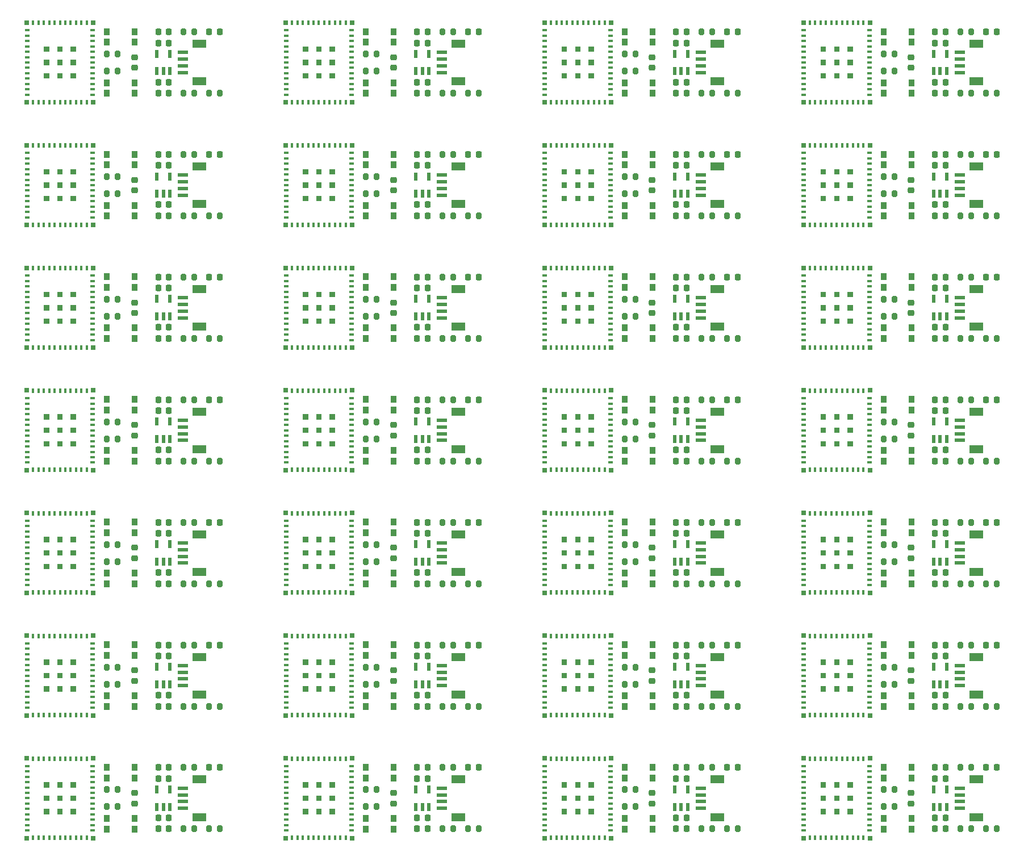
<source format=gtp>
%TF.GenerationSoftware,KiCad,Pcbnew,7.0.6*%
%TF.CreationDate,2023-09-18T12:22:23-06:00*%
%TF.ProjectId,SparkFun_ESP32_Qwiic_Pro_Mini_panelized,53706172-6b46-4756-9e5f-45535033325f,rev?*%
%TF.SameCoordinates,Original*%
%TF.FileFunction,Paste,Top*%
%TF.FilePolarity,Positive*%
%FSLAX46Y46*%
G04 Gerber Fmt 4.6, Leading zero omitted, Abs format (unit mm)*
G04 Created by KiCad (PCBNEW 7.0.6) date 2023-09-18 12:22:23*
%MOMM*%
%LPD*%
G01*
G04 APERTURE LIST*
G04 Aperture macros list*
%AMRoundRect*
0 Rectangle with rounded corners*
0 $1 Rounding radius*
0 $2 $3 $4 $5 $6 $7 $8 $9 X,Y pos of 4 corners*
0 Add a 4 corners polygon primitive as box body*
4,1,4,$2,$3,$4,$5,$6,$7,$8,$9,$2,$3,0*
0 Add four circle primitives for the rounded corners*
1,1,$1+$1,$2,$3*
1,1,$1+$1,$4,$5*
1,1,$1+$1,$6,$7*
1,1,$1+$1,$8,$9*
0 Add four rect primitives between the rounded corners*
20,1,$1+$1,$2,$3,$4,$5,0*
20,1,$1+$1,$4,$5,$6,$7,0*
20,1,$1+$1,$6,$7,$8,$9,0*
20,1,$1+$1,$8,$9,$2,$3,0*%
G04 Aperture macros list end*
%ADD10R,0.400000X0.800000*%
%ADD11R,0.800000X0.400000*%
%ADD12R,0.700000X0.700000*%
%ADD13RoundRect,0.200000X0.200000X0.275000X-0.200000X0.275000X-0.200000X-0.275000X0.200000X-0.275000X0*%
%ADD14RoundRect,0.218750X0.256250X-0.218750X0.256250X0.218750X-0.256250X0.218750X-0.256250X-0.218750X0*%
%ADD15RoundRect,0.225000X0.225000X0.250000X-0.225000X0.250000X-0.225000X-0.250000X0.225000X-0.250000X0*%
%ADD16R,0.550000X1.200000*%
%ADD17RoundRect,0.200000X-0.200000X-0.275000X0.200000X-0.275000X0.200000X0.275000X-0.200000X0.275000X0*%
%ADD18R,0.900000X1.000000*%
%ADD19RoundRect,0.225000X-0.225000X-0.250000X0.225000X-0.250000X0.225000X0.250000X-0.225000X0.250000X0*%
%ADD20R,1.550000X0.600000*%
%ADD21R,2.000000X1.200000*%
%ADD22RoundRect,0.218750X0.218750X0.256250X-0.218750X0.256250X-0.218750X-0.256250X0.218750X-0.256250X0*%
G04 APERTURE END LIST*
%TO.C,U1*%
G36*
X4570000Y24770000D02*
G01*
X3770000Y24770000D01*
X3770000Y25570000D01*
X4570000Y25570000D01*
X4570000Y24770000D01*
G37*
G36*
X6570000Y24770000D02*
G01*
X5770000Y24770000D01*
X5770000Y25570000D01*
X6570000Y25570000D01*
X6570000Y24770000D01*
G37*
G36*
X8570000Y24770000D02*
G01*
X7770000Y24770000D01*
X7770000Y25570000D01*
X8570000Y25570000D01*
X8570000Y24770000D01*
G37*
G36*
X4570000Y26770000D02*
G01*
X3770000Y26770000D01*
X3770000Y27570000D01*
X4570000Y27570000D01*
X4570000Y26770000D01*
G37*
G36*
X6570000Y26770000D02*
G01*
X5770000Y26770000D01*
X5770000Y27570000D01*
X6570000Y27570000D01*
X6570000Y26770000D01*
G37*
G36*
X8570000Y26770000D02*
G01*
X7770000Y26770000D01*
X7770000Y27570000D01*
X8570000Y27570000D01*
X8570000Y26770000D01*
G37*
G36*
X4570000Y28770000D02*
G01*
X3770000Y28770000D01*
X3770000Y29570000D01*
X4570000Y29570000D01*
X4570000Y28770000D01*
G37*
G36*
X6570000Y28770000D02*
G01*
X5770000Y28770000D01*
X5770000Y29570000D01*
X6570000Y29570000D01*
X6570000Y28770000D01*
G37*
G36*
X8570000Y28770000D02*
G01*
X7770000Y28770000D01*
X7770000Y29570000D01*
X8570000Y29570000D01*
X8570000Y28770000D01*
G37*
G36*
X4570000Y61330000D02*
G01*
X3770000Y61330000D01*
X3770000Y62130000D01*
X4570000Y62130000D01*
X4570000Y61330000D01*
G37*
G36*
X6570000Y61330000D02*
G01*
X5770000Y61330000D01*
X5770000Y62130000D01*
X6570000Y62130000D01*
X6570000Y61330000D01*
G37*
G36*
X8570000Y61330000D02*
G01*
X7770000Y61330000D01*
X7770000Y62130000D01*
X8570000Y62130000D01*
X8570000Y61330000D01*
G37*
G36*
X4570000Y63330000D02*
G01*
X3770000Y63330000D01*
X3770000Y64130000D01*
X4570000Y64130000D01*
X4570000Y63330000D01*
G37*
G36*
X6570000Y63330000D02*
G01*
X5770000Y63330000D01*
X5770000Y64130000D01*
X6570000Y64130000D01*
X6570000Y63330000D01*
G37*
G36*
X8570000Y63330000D02*
G01*
X7770000Y63330000D01*
X7770000Y64130000D01*
X8570000Y64130000D01*
X8570000Y63330000D01*
G37*
G36*
X4570000Y65330000D02*
G01*
X3770000Y65330000D01*
X3770000Y66130000D01*
X4570000Y66130000D01*
X4570000Y65330000D01*
G37*
G36*
X6570000Y65330000D02*
G01*
X5770000Y65330000D01*
X5770000Y66130000D01*
X6570000Y66130000D01*
X6570000Y65330000D01*
G37*
G36*
X8570000Y65330000D02*
G01*
X7770000Y65330000D01*
X7770000Y66130000D01*
X8570000Y66130000D01*
X8570000Y65330000D01*
G37*
G36*
X43170000Y79610000D02*
G01*
X42370000Y79610000D01*
X42370000Y80410000D01*
X43170000Y80410000D01*
X43170000Y79610000D01*
G37*
G36*
X45170000Y79610000D02*
G01*
X44370000Y79610000D01*
X44370000Y80410000D01*
X45170000Y80410000D01*
X45170000Y79610000D01*
G37*
G36*
X47170000Y79610000D02*
G01*
X46370000Y79610000D01*
X46370000Y80410000D01*
X47170000Y80410000D01*
X47170000Y79610000D01*
G37*
G36*
X43170000Y81610000D02*
G01*
X42370000Y81610000D01*
X42370000Y82410000D01*
X43170000Y82410000D01*
X43170000Y81610000D01*
G37*
G36*
X45170000Y81610000D02*
G01*
X44370000Y81610000D01*
X44370000Y82410000D01*
X45170000Y82410000D01*
X45170000Y81610000D01*
G37*
G36*
X47170000Y81610000D02*
G01*
X46370000Y81610000D01*
X46370000Y82410000D01*
X47170000Y82410000D01*
X47170000Y81610000D01*
G37*
G36*
X43170000Y83610000D02*
G01*
X42370000Y83610000D01*
X42370000Y84410000D01*
X43170000Y84410000D01*
X43170000Y83610000D01*
G37*
G36*
X45170000Y83610000D02*
G01*
X44370000Y83610000D01*
X44370000Y84410000D01*
X45170000Y84410000D01*
X45170000Y83610000D01*
G37*
G36*
X47170000Y83610000D02*
G01*
X46370000Y83610000D01*
X46370000Y84410000D01*
X47170000Y84410000D01*
X47170000Y83610000D01*
G37*
G36*
X4570000Y97890000D02*
G01*
X3770000Y97890000D01*
X3770000Y98690000D01*
X4570000Y98690000D01*
X4570000Y97890000D01*
G37*
G36*
X6570000Y97890000D02*
G01*
X5770000Y97890000D01*
X5770000Y98690000D01*
X6570000Y98690000D01*
X6570000Y97890000D01*
G37*
G36*
X8570000Y97890000D02*
G01*
X7770000Y97890000D01*
X7770000Y98690000D01*
X8570000Y98690000D01*
X8570000Y97890000D01*
G37*
G36*
X4570000Y99890000D02*
G01*
X3770000Y99890000D01*
X3770000Y100690000D01*
X4570000Y100690000D01*
X4570000Y99890000D01*
G37*
G36*
X6570000Y99890000D02*
G01*
X5770000Y99890000D01*
X5770000Y100690000D01*
X6570000Y100690000D01*
X6570000Y99890000D01*
G37*
G36*
X8570000Y99890000D02*
G01*
X7770000Y99890000D01*
X7770000Y100690000D01*
X8570000Y100690000D01*
X8570000Y99890000D01*
G37*
G36*
X4570000Y101890000D02*
G01*
X3770000Y101890000D01*
X3770000Y102690000D01*
X4570000Y102690000D01*
X4570000Y101890000D01*
G37*
G36*
X6570000Y101890000D02*
G01*
X5770000Y101890000D01*
X5770000Y102690000D01*
X6570000Y102690000D01*
X6570000Y101890000D01*
G37*
G36*
X8570000Y101890000D02*
G01*
X7770000Y101890000D01*
X7770000Y102690000D01*
X8570000Y102690000D01*
X8570000Y101890000D01*
G37*
G36*
X4570000Y79610000D02*
G01*
X3770000Y79610000D01*
X3770000Y80410000D01*
X4570000Y80410000D01*
X4570000Y79610000D01*
G37*
G36*
X6570000Y79610000D02*
G01*
X5770000Y79610000D01*
X5770000Y80410000D01*
X6570000Y80410000D01*
X6570000Y79610000D01*
G37*
G36*
X8570000Y79610000D02*
G01*
X7770000Y79610000D01*
X7770000Y80410000D01*
X8570000Y80410000D01*
X8570000Y79610000D01*
G37*
G36*
X4570000Y81610000D02*
G01*
X3770000Y81610000D01*
X3770000Y82410000D01*
X4570000Y82410000D01*
X4570000Y81610000D01*
G37*
G36*
X6570000Y81610000D02*
G01*
X5770000Y81610000D01*
X5770000Y82410000D01*
X6570000Y82410000D01*
X6570000Y81610000D01*
G37*
G36*
X8570000Y81610000D02*
G01*
X7770000Y81610000D01*
X7770000Y82410000D01*
X8570000Y82410000D01*
X8570000Y81610000D01*
G37*
G36*
X4570000Y83610000D02*
G01*
X3770000Y83610000D01*
X3770000Y84410000D01*
X4570000Y84410000D01*
X4570000Y83610000D01*
G37*
G36*
X6570000Y83610000D02*
G01*
X5770000Y83610000D01*
X5770000Y84410000D01*
X6570000Y84410000D01*
X6570000Y83610000D01*
G37*
G36*
X8570000Y83610000D02*
G01*
X7770000Y83610000D01*
X7770000Y84410000D01*
X8570000Y84410000D01*
X8570000Y83610000D01*
G37*
G36*
X43170000Y24770000D02*
G01*
X42370000Y24770000D01*
X42370000Y25570000D01*
X43170000Y25570000D01*
X43170000Y24770000D01*
G37*
G36*
X45170000Y24770000D02*
G01*
X44370000Y24770000D01*
X44370000Y25570000D01*
X45170000Y25570000D01*
X45170000Y24770000D01*
G37*
G36*
X47170000Y24770000D02*
G01*
X46370000Y24770000D01*
X46370000Y25570000D01*
X47170000Y25570000D01*
X47170000Y24770000D01*
G37*
G36*
X43170000Y26770000D02*
G01*
X42370000Y26770000D01*
X42370000Y27570000D01*
X43170000Y27570000D01*
X43170000Y26770000D01*
G37*
G36*
X45170000Y26770000D02*
G01*
X44370000Y26770000D01*
X44370000Y27570000D01*
X45170000Y27570000D01*
X45170000Y26770000D01*
G37*
G36*
X47170000Y26770000D02*
G01*
X46370000Y26770000D01*
X46370000Y27570000D01*
X47170000Y27570000D01*
X47170000Y26770000D01*
G37*
G36*
X43170000Y28770000D02*
G01*
X42370000Y28770000D01*
X42370000Y29570000D01*
X43170000Y29570000D01*
X43170000Y28770000D01*
G37*
G36*
X45170000Y28770000D02*
G01*
X44370000Y28770000D01*
X44370000Y29570000D01*
X45170000Y29570000D01*
X45170000Y28770000D01*
G37*
G36*
X47170000Y28770000D02*
G01*
X46370000Y28770000D01*
X46370000Y29570000D01*
X47170000Y29570000D01*
X47170000Y28770000D01*
G37*
G36*
X4570000Y116170000D02*
G01*
X3770000Y116170000D01*
X3770000Y116970000D01*
X4570000Y116970000D01*
X4570000Y116170000D01*
G37*
G36*
X6570000Y116170000D02*
G01*
X5770000Y116170000D01*
X5770000Y116970000D01*
X6570000Y116970000D01*
X6570000Y116170000D01*
G37*
G36*
X8570000Y116170000D02*
G01*
X7770000Y116170000D01*
X7770000Y116970000D01*
X8570000Y116970000D01*
X8570000Y116170000D01*
G37*
G36*
X4570000Y118170000D02*
G01*
X3770000Y118170000D01*
X3770000Y118970000D01*
X4570000Y118970000D01*
X4570000Y118170000D01*
G37*
G36*
X6570000Y118170000D02*
G01*
X5770000Y118170000D01*
X5770000Y118970000D01*
X6570000Y118970000D01*
X6570000Y118170000D01*
G37*
G36*
X8570000Y118170000D02*
G01*
X7770000Y118170000D01*
X7770000Y118970000D01*
X8570000Y118970000D01*
X8570000Y118170000D01*
G37*
G36*
X4570000Y120170000D02*
G01*
X3770000Y120170000D01*
X3770000Y120970000D01*
X4570000Y120970000D01*
X4570000Y120170000D01*
G37*
G36*
X6570000Y120170000D02*
G01*
X5770000Y120170000D01*
X5770000Y120970000D01*
X6570000Y120970000D01*
X6570000Y120170000D01*
G37*
G36*
X8570000Y120170000D02*
G01*
X7770000Y120170000D01*
X7770000Y120970000D01*
X8570000Y120970000D01*
X8570000Y120170000D01*
G37*
G36*
X43170000Y6490000D02*
G01*
X42370000Y6490000D01*
X42370000Y7290000D01*
X43170000Y7290000D01*
X43170000Y6490000D01*
G37*
G36*
X45170000Y6490000D02*
G01*
X44370000Y6490000D01*
X44370000Y7290000D01*
X45170000Y7290000D01*
X45170000Y6490000D01*
G37*
G36*
X47170000Y6490000D02*
G01*
X46370000Y6490000D01*
X46370000Y7290000D01*
X47170000Y7290000D01*
X47170000Y6490000D01*
G37*
G36*
X43170000Y8490000D02*
G01*
X42370000Y8490000D01*
X42370000Y9290000D01*
X43170000Y9290000D01*
X43170000Y8490000D01*
G37*
G36*
X45170000Y8490000D02*
G01*
X44370000Y8490000D01*
X44370000Y9290000D01*
X45170000Y9290000D01*
X45170000Y8490000D01*
G37*
G36*
X47170000Y8490000D02*
G01*
X46370000Y8490000D01*
X46370000Y9290000D01*
X47170000Y9290000D01*
X47170000Y8490000D01*
G37*
G36*
X43170000Y10490000D02*
G01*
X42370000Y10490000D01*
X42370000Y11290000D01*
X43170000Y11290000D01*
X43170000Y10490000D01*
G37*
G36*
X45170000Y10490000D02*
G01*
X44370000Y10490000D01*
X44370000Y11290000D01*
X45170000Y11290000D01*
X45170000Y10490000D01*
G37*
G36*
X47170000Y10490000D02*
G01*
X46370000Y10490000D01*
X46370000Y11290000D01*
X47170000Y11290000D01*
X47170000Y10490000D01*
G37*
G36*
X43170000Y61330000D02*
G01*
X42370000Y61330000D01*
X42370000Y62130000D01*
X43170000Y62130000D01*
X43170000Y61330000D01*
G37*
G36*
X45170000Y61330000D02*
G01*
X44370000Y61330000D01*
X44370000Y62130000D01*
X45170000Y62130000D01*
X45170000Y61330000D01*
G37*
G36*
X47170000Y61330000D02*
G01*
X46370000Y61330000D01*
X46370000Y62130000D01*
X47170000Y62130000D01*
X47170000Y61330000D01*
G37*
G36*
X43170000Y63330000D02*
G01*
X42370000Y63330000D01*
X42370000Y64130000D01*
X43170000Y64130000D01*
X43170000Y63330000D01*
G37*
G36*
X45170000Y63330000D02*
G01*
X44370000Y63330000D01*
X44370000Y64130000D01*
X45170000Y64130000D01*
X45170000Y63330000D01*
G37*
G36*
X47170000Y63330000D02*
G01*
X46370000Y63330000D01*
X46370000Y64130000D01*
X47170000Y64130000D01*
X47170000Y63330000D01*
G37*
G36*
X43170000Y65330000D02*
G01*
X42370000Y65330000D01*
X42370000Y66130000D01*
X43170000Y66130000D01*
X43170000Y65330000D01*
G37*
G36*
X45170000Y65330000D02*
G01*
X44370000Y65330000D01*
X44370000Y66130000D01*
X45170000Y66130000D01*
X45170000Y65330000D01*
G37*
G36*
X47170000Y65330000D02*
G01*
X46370000Y65330000D01*
X46370000Y66130000D01*
X47170000Y66130000D01*
X47170000Y65330000D01*
G37*
G36*
X4570000Y43050000D02*
G01*
X3770000Y43050000D01*
X3770000Y43850000D01*
X4570000Y43850000D01*
X4570000Y43050000D01*
G37*
G36*
X6570000Y43050000D02*
G01*
X5770000Y43050000D01*
X5770000Y43850000D01*
X6570000Y43850000D01*
X6570000Y43050000D01*
G37*
G36*
X8570000Y43050000D02*
G01*
X7770000Y43050000D01*
X7770000Y43850000D01*
X8570000Y43850000D01*
X8570000Y43050000D01*
G37*
G36*
X4570000Y45050000D02*
G01*
X3770000Y45050000D01*
X3770000Y45850000D01*
X4570000Y45850000D01*
X4570000Y45050000D01*
G37*
G36*
X6570000Y45050000D02*
G01*
X5770000Y45050000D01*
X5770000Y45850000D01*
X6570000Y45850000D01*
X6570000Y45050000D01*
G37*
G36*
X8570000Y45050000D02*
G01*
X7770000Y45050000D01*
X7770000Y45850000D01*
X8570000Y45850000D01*
X8570000Y45050000D01*
G37*
G36*
X4570000Y47050000D02*
G01*
X3770000Y47050000D01*
X3770000Y47850000D01*
X4570000Y47850000D01*
X4570000Y47050000D01*
G37*
G36*
X6570000Y47050000D02*
G01*
X5770000Y47050000D01*
X5770000Y47850000D01*
X6570000Y47850000D01*
X6570000Y47050000D01*
G37*
G36*
X8570000Y47050000D02*
G01*
X7770000Y47050000D01*
X7770000Y47850000D01*
X8570000Y47850000D01*
X8570000Y47050000D01*
G37*
G36*
X43170000Y43050000D02*
G01*
X42370000Y43050000D01*
X42370000Y43850000D01*
X43170000Y43850000D01*
X43170000Y43050000D01*
G37*
G36*
X45170000Y43050000D02*
G01*
X44370000Y43050000D01*
X44370000Y43850000D01*
X45170000Y43850000D01*
X45170000Y43050000D01*
G37*
G36*
X47170000Y43050000D02*
G01*
X46370000Y43050000D01*
X46370000Y43850000D01*
X47170000Y43850000D01*
X47170000Y43050000D01*
G37*
G36*
X43170000Y45050000D02*
G01*
X42370000Y45050000D01*
X42370000Y45850000D01*
X43170000Y45850000D01*
X43170000Y45050000D01*
G37*
G36*
X45170000Y45050000D02*
G01*
X44370000Y45050000D01*
X44370000Y45850000D01*
X45170000Y45850000D01*
X45170000Y45050000D01*
G37*
G36*
X47170000Y45050000D02*
G01*
X46370000Y45050000D01*
X46370000Y45850000D01*
X47170000Y45850000D01*
X47170000Y45050000D01*
G37*
G36*
X43170000Y47050000D02*
G01*
X42370000Y47050000D01*
X42370000Y47850000D01*
X43170000Y47850000D01*
X43170000Y47050000D01*
G37*
G36*
X45170000Y47050000D02*
G01*
X44370000Y47050000D01*
X44370000Y47850000D01*
X45170000Y47850000D01*
X45170000Y47050000D01*
G37*
G36*
X47170000Y47050000D02*
G01*
X46370000Y47050000D01*
X46370000Y47850000D01*
X47170000Y47850000D01*
X47170000Y47050000D01*
G37*
G36*
X43170000Y97890000D02*
G01*
X42370000Y97890000D01*
X42370000Y98690000D01*
X43170000Y98690000D01*
X43170000Y97890000D01*
G37*
G36*
X45170000Y97890000D02*
G01*
X44370000Y97890000D01*
X44370000Y98690000D01*
X45170000Y98690000D01*
X45170000Y97890000D01*
G37*
G36*
X47170000Y97890000D02*
G01*
X46370000Y97890000D01*
X46370000Y98690000D01*
X47170000Y98690000D01*
X47170000Y97890000D01*
G37*
G36*
X43170000Y99890000D02*
G01*
X42370000Y99890000D01*
X42370000Y100690000D01*
X43170000Y100690000D01*
X43170000Y99890000D01*
G37*
G36*
X45170000Y99890000D02*
G01*
X44370000Y99890000D01*
X44370000Y100690000D01*
X45170000Y100690000D01*
X45170000Y99890000D01*
G37*
G36*
X47170000Y99890000D02*
G01*
X46370000Y99890000D01*
X46370000Y100690000D01*
X47170000Y100690000D01*
X47170000Y99890000D01*
G37*
G36*
X43170000Y101890000D02*
G01*
X42370000Y101890000D01*
X42370000Y102690000D01*
X43170000Y102690000D01*
X43170000Y101890000D01*
G37*
G36*
X45170000Y101890000D02*
G01*
X44370000Y101890000D01*
X44370000Y102690000D01*
X45170000Y102690000D01*
X45170000Y101890000D01*
G37*
G36*
X47170000Y101890000D02*
G01*
X46370000Y101890000D01*
X46370000Y102690000D01*
X47170000Y102690000D01*
X47170000Y101890000D01*
G37*
G36*
X4570000Y6490000D02*
G01*
X3770000Y6490000D01*
X3770000Y7290000D01*
X4570000Y7290000D01*
X4570000Y6490000D01*
G37*
G36*
X6570000Y6490000D02*
G01*
X5770000Y6490000D01*
X5770000Y7290000D01*
X6570000Y7290000D01*
X6570000Y6490000D01*
G37*
G36*
X8570000Y6490000D02*
G01*
X7770000Y6490000D01*
X7770000Y7290000D01*
X8570000Y7290000D01*
X8570000Y6490000D01*
G37*
G36*
X4570000Y8490000D02*
G01*
X3770000Y8490000D01*
X3770000Y9290000D01*
X4570000Y9290000D01*
X4570000Y8490000D01*
G37*
G36*
X6570000Y8490000D02*
G01*
X5770000Y8490000D01*
X5770000Y9290000D01*
X6570000Y9290000D01*
X6570000Y8490000D01*
G37*
G36*
X8570000Y8490000D02*
G01*
X7770000Y8490000D01*
X7770000Y9290000D01*
X8570000Y9290000D01*
X8570000Y8490000D01*
G37*
G36*
X4570000Y10490000D02*
G01*
X3770000Y10490000D01*
X3770000Y11290000D01*
X4570000Y11290000D01*
X4570000Y10490000D01*
G37*
G36*
X6570000Y10490000D02*
G01*
X5770000Y10490000D01*
X5770000Y11290000D01*
X6570000Y11290000D01*
X6570000Y10490000D01*
G37*
G36*
X8570000Y10490000D02*
G01*
X7770000Y10490000D01*
X7770000Y11290000D01*
X8570000Y11290000D01*
X8570000Y10490000D01*
G37*
G36*
X43170000Y116170000D02*
G01*
X42370000Y116170000D01*
X42370000Y116970000D01*
X43170000Y116970000D01*
X43170000Y116170000D01*
G37*
G36*
X45170000Y116170000D02*
G01*
X44370000Y116170000D01*
X44370000Y116970000D01*
X45170000Y116970000D01*
X45170000Y116170000D01*
G37*
G36*
X47170000Y116170000D02*
G01*
X46370000Y116170000D01*
X46370000Y116970000D01*
X47170000Y116970000D01*
X47170000Y116170000D01*
G37*
G36*
X43170000Y118170000D02*
G01*
X42370000Y118170000D01*
X42370000Y118970000D01*
X43170000Y118970000D01*
X43170000Y118170000D01*
G37*
G36*
X45170000Y118170000D02*
G01*
X44370000Y118170000D01*
X44370000Y118970000D01*
X45170000Y118970000D01*
X45170000Y118170000D01*
G37*
G36*
X47170000Y118170000D02*
G01*
X46370000Y118170000D01*
X46370000Y118970000D01*
X47170000Y118970000D01*
X47170000Y118170000D01*
G37*
G36*
X43170000Y120170000D02*
G01*
X42370000Y120170000D01*
X42370000Y120970000D01*
X43170000Y120970000D01*
X43170000Y120170000D01*
G37*
G36*
X45170000Y120170000D02*
G01*
X44370000Y120170000D01*
X44370000Y120970000D01*
X45170000Y120970000D01*
X45170000Y120170000D01*
G37*
G36*
X47170000Y120170000D02*
G01*
X46370000Y120170000D01*
X46370000Y120970000D01*
X47170000Y120970000D01*
X47170000Y120170000D01*
G37*
G36*
X81770000Y24770000D02*
G01*
X80970000Y24770000D01*
X80970000Y25570000D01*
X81770000Y25570000D01*
X81770000Y24770000D01*
G37*
G36*
X83770000Y24770000D02*
G01*
X82970000Y24770000D01*
X82970000Y25570000D01*
X83770000Y25570000D01*
X83770000Y24770000D01*
G37*
G36*
X85770000Y24770000D02*
G01*
X84970000Y24770000D01*
X84970000Y25570000D01*
X85770000Y25570000D01*
X85770000Y24770000D01*
G37*
G36*
X81770000Y26770000D02*
G01*
X80970000Y26770000D01*
X80970000Y27570000D01*
X81770000Y27570000D01*
X81770000Y26770000D01*
G37*
G36*
X83770000Y26770000D02*
G01*
X82970000Y26770000D01*
X82970000Y27570000D01*
X83770000Y27570000D01*
X83770000Y26770000D01*
G37*
G36*
X85770000Y26770000D02*
G01*
X84970000Y26770000D01*
X84970000Y27570000D01*
X85770000Y27570000D01*
X85770000Y26770000D01*
G37*
G36*
X81770000Y28770000D02*
G01*
X80970000Y28770000D01*
X80970000Y29570000D01*
X81770000Y29570000D01*
X81770000Y28770000D01*
G37*
G36*
X83770000Y28770000D02*
G01*
X82970000Y28770000D01*
X82970000Y29570000D01*
X83770000Y29570000D01*
X83770000Y28770000D01*
G37*
G36*
X85770000Y28770000D02*
G01*
X84970000Y28770000D01*
X84970000Y29570000D01*
X85770000Y29570000D01*
X85770000Y28770000D01*
G37*
G36*
X120370000Y24770000D02*
G01*
X119570000Y24770000D01*
X119570000Y25570000D01*
X120370000Y25570000D01*
X120370000Y24770000D01*
G37*
G36*
X122370000Y24770000D02*
G01*
X121570000Y24770000D01*
X121570000Y25570000D01*
X122370000Y25570000D01*
X122370000Y24770000D01*
G37*
G36*
X124370000Y24770000D02*
G01*
X123570000Y24770000D01*
X123570000Y25570000D01*
X124370000Y25570000D01*
X124370000Y24770000D01*
G37*
G36*
X120370000Y26770000D02*
G01*
X119570000Y26770000D01*
X119570000Y27570000D01*
X120370000Y27570000D01*
X120370000Y26770000D01*
G37*
G36*
X122370000Y26770000D02*
G01*
X121570000Y26770000D01*
X121570000Y27570000D01*
X122370000Y27570000D01*
X122370000Y26770000D01*
G37*
G36*
X124370000Y26770000D02*
G01*
X123570000Y26770000D01*
X123570000Y27570000D01*
X124370000Y27570000D01*
X124370000Y26770000D01*
G37*
G36*
X120370000Y28770000D02*
G01*
X119570000Y28770000D01*
X119570000Y29570000D01*
X120370000Y29570000D01*
X120370000Y28770000D01*
G37*
G36*
X122370000Y28770000D02*
G01*
X121570000Y28770000D01*
X121570000Y29570000D01*
X122370000Y29570000D01*
X122370000Y28770000D01*
G37*
G36*
X124370000Y28770000D02*
G01*
X123570000Y28770000D01*
X123570000Y29570000D01*
X124370000Y29570000D01*
X124370000Y28770000D01*
G37*
G36*
X81770000Y6490000D02*
G01*
X80970000Y6490000D01*
X80970000Y7290000D01*
X81770000Y7290000D01*
X81770000Y6490000D01*
G37*
G36*
X83770000Y6490000D02*
G01*
X82970000Y6490000D01*
X82970000Y7290000D01*
X83770000Y7290000D01*
X83770000Y6490000D01*
G37*
G36*
X85770000Y6490000D02*
G01*
X84970000Y6490000D01*
X84970000Y7290000D01*
X85770000Y7290000D01*
X85770000Y6490000D01*
G37*
G36*
X81770000Y8490000D02*
G01*
X80970000Y8490000D01*
X80970000Y9290000D01*
X81770000Y9290000D01*
X81770000Y8490000D01*
G37*
G36*
X83770000Y8490000D02*
G01*
X82970000Y8490000D01*
X82970000Y9290000D01*
X83770000Y9290000D01*
X83770000Y8490000D01*
G37*
G36*
X85770000Y8490000D02*
G01*
X84970000Y8490000D01*
X84970000Y9290000D01*
X85770000Y9290000D01*
X85770000Y8490000D01*
G37*
G36*
X81770000Y10490000D02*
G01*
X80970000Y10490000D01*
X80970000Y11290000D01*
X81770000Y11290000D01*
X81770000Y10490000D01*
G37*
G36*
X83770000Y10490000D02*
G01*
X82970000Y10490000D01*
X82970000Y11290000D01*
X83770000Y11290000D01*
X83770000Y10490000D01*
G37*
G36*
X85770000Y10490000D02*
G01*
X84970000Y10490000D01*
X84970000Y11290000D01*
X85770000Y11290000D01*
X85770000Y10490000D01*
G37*
G36*
X81770000Y79610000D02*
G01*
X80970000Y79610000D01*
X80970000Y80410000D01*
X81770000Y80410000D01*
X81770000Y79610000D01*
G37*
G36*
X83770000Y79610000D02*
G01*
X82970000Y79610000D01*
X82970000Y80410000D01*
X83770000Y80410000D01*
X83770000Y79610000D01*
G37*
G36*
X85770000Y79610000D02*
G01*
X84970000Y79610000D01*
X84970000Y80410000D01*
X85770000Y80410000D01*
X85770000Y79610000D01*
G37*
G36*
X81770000Y81610000D02*
G01*
X80970000Y81610000D01*
X80970000Y82410000D01*
X81770000Y82410000D01*
X81770000Y81610000D01*
G37*
G36*
X83770000Y81610000D02*
G01*
X82970000Y81610000D01*
X82970000Y82410000D01*
X83770000Y82410000D01*
X83770000Y81610000D01*
G37*
G36*
X85770000Y81610000D02*
G01*
X84970000Y81610000D01*
X84970000Y82410000D01*
X85770000Y82410000D01*
X85770000Y81610000D01*
G37*
G36*
X81770000Y83610000D02*
G01*
X80970000Y83610000D01*
X80970000Y84410000D01*
X81770000Y84410000D01*
X81770000Y83610000D01*
G37*
G36*
X83770000Y83610000D02*
G01*
X82970000Y83610000D01*
X82970000Y84410000D01*
X83770000Y84410000D01*
X83770000Y83610000D01*
G37*
G36*
X85770000Y83610000D02*
G01*
X84970000Y83610000D01*
X84970000Y84410000D01*
X85770000Y84410000D01*
X85770000Y83610000D01*
G37*
G36*
X120370000Y79610000D02*
G01*
X119570000Y79610000D01*
X119570000Y80410000D01*
X120370000Y80410000D01*
X120370000Y79610000D01*
G37*
G36*
X122370000Y79610000D02*
G01*
X121570000Y79610000D01*
X121570000Y80410000D01*
X122370000Y80410000D01*
X122370000Y79610000D01*
G37*
G36*
X124370000Y79610000D02*
G01*
X123570000Y79610000D01*
X123570000Y80410000D01*
X124370000Y80410000D01*
X124370000Y79610000D01*
G37*
G36*
X120370000Y81610000D02*
G01*
X119570000Y81610000D01*
X119570000Y82410000D01*
X120370000Y82410000D01*
X120370000Y81610000D01*
G37*
G36*
X122370000Y81610000D02*
G01*
X121570000Y81610000D01*
X121570000Y82410000D01*
X122370000Y82410000D01*
X122370000Y81610000D01*
G37*
G36*
X124370000Y81610000D02*
G01*
X123570000Y81610000D01*
X123570000Y82410000D01*
X124370000Y82410000D01*
X124370000Y81610000D01*
G37*
G36*
X120370000Y83610000D02*
G01*
X119570000Y83610000D01*
X119570000Y84410000D01*
X120370000Y84410000D01*
X120370000Y83610000D01*
G37*
G36*
X122370000Y83610000D02*
G01*
X121570000Y83610000D01*
X121570000Y84410000D01*
X122370000Y84410000D01*
X122370000Y83610000D01*
G37*
G36*
X124370000Y83610000D02*
G01*
X123570000Y83610000D01*
X123570000Y84410000D01*
X124370000Y84410000D01*
X124370000Y83610000D01*
G37*
G36*
X120370000Y43050000D02*
G01*
X119570000Y43050000D01*
X119570000Y43850000D01*
X120370000Y43850000D01*
X120370000Y43050000D01*
G37*
G36*
X122370000Y43050000D02*
G01*
X121570000Y43050000D01*
X121570000Y43850000D01*
X122370000Y43850000D01*
X122370000Y43050000D01*
G37*
G36*
X124370000Y43050000D02*
G01*
X123570000Y43050000D01*
X123570000Y43850000D01*
X124370000Y43850000D01*
X124370000Y43050000D01*
G37*
G36*
X120370000Y45050000D02*
G01*
X119570000Y45050000D01*
X119570000Y45850000D01*
X120370000Y45850000D01*
X120370000Y45050000D01*
G37*
G36*
X122370000Y45050000D02*
G01*
X121570000Y45050000D01*
X121570000Y45850000D01*
X122370000Y45850000D01*
X122370000Y45050000D01*
G37*
G36*
X124370000Y45050000D02*
G01*
X123570000Y45050000D01*
X123570000Y45850000D01*
X124370000Y45850000D01*
X124370000Y45050000D01*
G37*
G36*
X120370000Y47050000D02*
G01*
X119570000Y47050000D01*
X119570000Y47850000D01*
X120370000Y47850000D01*
X120370000Y47050000D01*
G37*
G36*
X122370000Y47050000D02*
G01*
X121570000Y47050000D01*
X121570000Y47850000D01*
X122370000Y47850000D01*
X122370000Y47050000D01*
G37*
G36*
X124370000Y47050000D02*
G01*
X123570000Y47050000D01*
X123570000Y47850000D01*
X124370000Y47850000D01*
X124370000Y47050000D01*
G37*
G36*
X120370000Y116170000D02*
G01*
X119570000Y116170000D01*
X119570000Y116970000D01*
X120370000Y116970000D01*
X120370000Y116170000D01*
G37*
G36*
X122370000Y116170000D02*
G01*
X121570000Y116170000D01*
X121570000Y116970000D01*
X122370000Y116970000D01*
X122370000Y116170000D01*
G37*
G36*
X124370000Y116170000D02*
G01*
X123570000Y116170000D01*
X123570000Y116970000D01*
X124370000Y116970000D01*
X124370000Y116170000D01*
G37*
G36*
X120370000Y118170000D02*
G01*
X119570000Y118170000D01*
X119570000Y118970000D01*
X120370000Y118970000D01*
X120370000Y118170000D01*
G37*
G36*
X122370000Y118170000D02*
G01*
X121570000Y118170000D01*
X121570000Y118970000D01*
X122370000Y118970000D01*
X122370000Y118170000D01*
G37*
G36*
X124370000Y118170000D02*
G01*
X123570000Y118170000D01*
X123570000Y118970000D01*
X124370000Y118970000D01*
X124370000Y118170000D01*
G37*
G36*
X120370000Y120170000D02*
G01*
X119570000Y120170000D01*
X119570000Y120970000D01*
X120370000Y120970000D01*
X120370000Y120170000D01*
G37*
G36*
X122370000Y120170000D02*
G01*
X121570000Y120170000D01*
X121570000Y120970000D01*
X122370000Y120970000D01*
X122370000Y120170000D01*
G37*
G36*
X124370000Y120170000D02*
G01*
X123570000Y120170000D01*
X123570000Y120970000D01*
X124370000Y120970000D01*
X124370000Y120170000D01*
G37*
G36*
X81770000Y61330000D02*
G01*
X80970000Y61330000D01*
X80970000Y62130000D01*
X81770000Y62130000D01*
X81770000Y61330000D01*
G37*
G36*
X83770000Y61330000D02*
G01*
X82970000Y61330000D01*
X82970000Y62130000D01*
X83770000Y62130000D01*
X83770000Y61330000D01*
G37*
G36*
X85770000Y61330000D02*
G01*
X84970000Y61330000D01*
X84970000Y62130000D01*
X85770000Y62130000D01*
X85770000Y61330000D01*
G37*
G36*
X81770000Y63330000D02*
G01*
X80970000Y63330000D01*
X80970000Y64130000D01*
X81770000Y64130000D01*
X81770000Y63330000D01*
G37*
G36*
X83770000Y63330000D02*
G01*
X82970000Y63330000D01*
X82970000Y64130000D01*
X83770000Y64130000D01*
X83770000Y63330000D01*
G37*
G36*
X85770000Y63330000D02*
G01*
X84970000Y63330000D01*
X84970000Y64130000D01*
X85770000Y64130000D01*
X85770000Y63330000D01*
G37*
G36*
X81770000Y65330000D02*
G01*
X80970000Y65330000D01*
X80970000Y66130000D01*
X81770000Y66130000D01*
X81770000Y65330000D01*
G37*
G36*
X83770000Y65330000D02*
G01*
X82970000Y65330000D01*
X82970000Y66130000D01*
X83770000Y66130000D01*
X83770000Y65330000D01*
G37*
G36*
X85770000Y65330000D02*
G01*
X84970000Y65330000D01*
X84970000Y66130000D01*
X85770000Y66130000D01*
X85770000Y65330000D01*
G37*
G36*
X81770000Y97890000D02*
G01*
X80970000Y97890000D01*
X80970000Y98690000D01*
X81770000Y98690000D01*
X81770000Y97890000D01*
G37*
G36*
X83770000Y97890000D02*
G01*
X82970000Y97890000D01*
X82970000Y98690000D01*
X83770000Y98690000D01*
X83770000Y97890000D01*
G37*
G36*
X85770000Y97890000D02*
G01*
X84970000Y97890000D01*
X84970000Y98690000D01*
X85770000Y98690000D01*
X85770000Y97890000D01*
G37*
G36*
X81770000Y99890000D02*
G01*
X80970000Y99890000D01*
X80970000Y100690000D01*
X81770000Y100690000D01*
X81770000Y99890000D01*
G37*
G36*
X83770000Y99890000D02*
G01*
X82970000Y99890000D01*
X82970000Y100690000D01*
X83770000Y100690000D01*
X83770000Y99890000D01*
G37*
G36*
X85770000Y99890000D02*
G01*
X84970000Y99890000D01*
X84970000Y100690000D01*
X85770000Y100690000D01*
X85770000Y99890000D01*
G37*
G36*
X81770000Y101890000D02*
G01*
X80970000Y101890000D01*
X80970000Y102690000D01*
X81770000Y102690000D01*
X81770000Y101890000D01*
G37*
G36*
X83770000Y101890000D02*
G01*
X82970000Y101890000D01*
X82970000Y102690000D01*
X83770000Y102690000D01*
X83770000Y101890000D01*
G37*
G36*
X85770000Y101890000D02*
G01*
X84970000Y101890000D01*
X84970000Y102690000D01*
X85770000Y102690000D01*
X85770000Y101890000D01*
G37*
G36*
X81770000Y43050000D02*
G01*
X80970000Y43050000D01*
X80970000Y43850000D01*
X81770000Y43850000D01*
X81770000Y43050000D01*
G37*
G36*
X83770000Y43050000D02*
G01*
X82970000Y43050000D01*
X82970000Y43850000D01*
X83770000Y43850000D01*
X83770000Y43050000D01*
G37*
G36*
X85770000Y43050000D02*
G01*
X84970000Y43050000D01*
X84970000Y43850000D01*
X85770000Y43850000D01*
X85770000Y43050000D01*
G37*
G36*
X81770000Y45050000D02*
G01*
X80970000Y45050000D01*
X80970000Y45850000D01*
X81770000Y45850000D01*
X81770000Y45050000D01*
G37*
G36*
X83770000Y45050000D02*
G01*
X82970000Y45050000D01*
X82970000Y45850000D01*
X83770000Y45850000D01*
X83770000Y45050000D01*
G37*
G36*
X85770000Y45050000D02*
G01*
X84970000Y45050000D01*
X84970000Y45850000D01*
X85770000Y45850000D01*
X85770000Y45050000D01*
G37*
G36*
X81770000Y47050000D02*
G01*
X80970000Y47050000D01*
X80970000Y47850000D01*
X81770000Y47850000D01*
X81770000Y47050000D01*
G37*
G36*
X83770000Y47050000D02*
G01*
X82970000Y47050000D01*
X82970000Y47850000D01*
X83770000Y47850000D01*
X83770000Y47050000D01*
G37*
G36*
X85770000Y47050000D02*
G01*
X84970000Y47050000D01*
X84970000Y47850000D01*
X85770000Y47850000D01*
X85770000Y47050000D01*
G37*
G36*
X81770000Y116170000D02*
G01*
X80970000Y116170000D01*
X80970000Y116970000D01*
X81770000Y116970000D01*
X81770000Y116170000D01*
G37*
G36*
X83770000Y116170000D02*
G01*
X82970000Y116170000D01*
X82970000Y116970000D01*
X83770000Y116970000D01*
X83770000Y116170000D01*
G37*
G36*
X85770000Y116170000D02*
G01*
X84970000Y116170000D01*
X84970000Y116970000D01*
X85770000Y116970000D01*
X85770000Y116170000D01*
G37*
G36*
X81770000Y118170000D02*
G01*
X80970000Y118170000D01*
X80970000Y118970000D01*
X81770000Y118970000D01*
X81770000Y118170000D01*
G37*
G36*
X83770000Y118170000D02*
G01*
X82970000Y118170000D01*
X82970000Y118970000D01*
X83770000Y118970000D01*
X83770000Y118170000D01*
G37*
G36*
X85770000Y118170000D02*
G01*
X84970000Y118170000D01*
X84970000Y118970000D01*
X85770000Y118970000D01*
X85770000Y118170000D01*
G37*
G36*
X81770000Y120170000D02*
G01*
X80970000Y120170000D01*
X80970000Y120970000D01*
X81770000Y120970000D01*
X81770000Y120170000D01*
G37*
G36*
X83770000Y120170000D02*
G01*
X82970000Y120170000D01*
X82970000Y120970000D01*
X83770000Y120970000D01*
X83770000Y120170000D01*
G37*
G36*
X85770000Y120170000D02*
G01*
X84970000Y120170000D01*
X84970000Y120970000D01*
X85770000Y120970000D01*
X85770000Y120170000D01*
G37*
G36*
X120370000Y61330000D02*
G01*
X119570000Y61330000D01*
X119570000Y62130000D01*
X120370000Y62130000D01*
X120370000Y61330000D01*
G37*
G36*
X122370000Y61330000D02*
G01*
X121570000Y61330000D01*
X121570000Y62130000D01*
X122370000Y62130000D01*
X122370000Y61330000D01*
G37*
G36*
X124370000Y61330000D02*
G01*
X123570000Y61330000D01*
X123570000Y62130000D01*
X124370000Y62130000D01*
X124370000Y61330000D01*
G37*
G36*
X120370000Y63330000D02*
G01*
X119570000Y63330000D01*
X119570000Y64130000D01*
X120370000Y64130000D01*
X120370000Y63330000D01*
G37*
G36*
X122370000Y63330000D02*
G01*
X121570000Y63330000D01*
X121570000Y64130000D01*
X122370000Y64130000D01*
X122370000Y63330000D01*
G37*
G36*
X124370000Y63330000D02*
G01*
X123570000Y63330000D01*
X123570000Y64130000D01*
X124370000Y64130000D01*
X124370000Y63330000D01*
G37*
G36*
X120370000Y65330000D02*
G01*
X119570000Y65330000D01*
X119570000Y66130000D01*
X120370000Y66130000D01*
X120370000Y65330000D01*
G37*
G36*
X122370000Y65330000D02*
G01*
X121570000Y65330000D01*
X121570000Y66130000D01*
X122370000Y66130000D01*
X122370000Y65330000D01*
G37*
G36*
X124370000Y65330000D02*
G01*
X123570000Y65330000D01*
X123570000Y66130000D01*
X124370000Y66130000D01*
X124370000Y65330000D01*
G37*
G36*
X120370000Y6490000D02*
G01*
X119570000Y6490000D01*
X119570000Y7290000D01*
X120370000Y7290000D01*
X120370000Y6490000D01*
G37*
G36*
X122370000Y6490000D02*
G01*
X121570000Y6490000D01*
X121570000Y7290000D01*
X122370000Y7290000D01*
X122370000Y6490000D01*
G37*
G36*
X124370000Y6490000D02*
G01*
X123570000Y6490000D01*
X123570000Y7290000D01*
X124370000Y7290000D01*
X124370000Y6490000D01*
G37*
G36*
X120370000Y8490000D02*
G01*
X119570000Y8490000D01*
X119570000Y9290000D01*
X120370000Y9290000D01*
X120370000Y8490000D01*
G37*
G36*
X122370000Y8490000D02*
G01*
X121570000Y8490000D01*
X121570000Y9290000D01*
X122370000Y9290000D01*
X122370000Y8490000D01*
G37*
G36*
X124370000Y8490000D02*
G01*
X123570000Y8490000D01*
X123570000Y9290000D01*
X124370000Y9290000D01*
X124370000Y8490000D01*
G37*
G36*
X120370000Y10490000D02*
G01*
X119570000Y10490000D01*
X119570000Y11290000D01*
X120370000Y11290000D01*
X120370000Y10490000D01*
G37*
G36*
X122370000Y10490000D02*
G01*
X121570000Y10490000D01*
X121570000Y11290000D01*
X122370000Y11290000D01*
X122370000Y10490000D01*
G37*
G36*
X124370000Y10490000D02*
G01*
X123570000Y10490000D01*
X123570000Y11290000D01*
X124370000Y11290000D01*
X124370000Y10490000D01*
G37*
G36*
X120370000Y97890000D02*
G01*
X119570000Y97890000D01*
X119570000Y98690000D01*
X120370000Y98690000D01*
X120370000Y97890000D01*
G37*
G36*
X122370000Y97890000D02*
G01*
X121570000Y97890000D01*
X121570000Y98690000D01*
X122370000Y98690000D01*
X122370000Y97890000D01*
G37*
G36*
X124370000Y97890000D02*
G01*
X123570000Y97890000D01*
X123570000Y98690000D01*
X124370000Y98690000D01*
X124370000Y97890000D01*
G37*
G36*
X120370000Y99890000D02*
G01*
X119570000Y99890000D01*
X119570000Y100690000D01*
X120370000Y100690000D01*
X120370000Y99890000D01*
G37*
G36*
X122370000Y99890000D02*
G01*
X121570000Y99890000D01*
X121570000Y100690000D01*
X122370000Y100690000D01*
X122370000Y99890000D01*
G37*
G36*
X124370000Y99890000D02*
G01*
X123570000Y99890000D01*
X123570000Y100690000D01*
X124370000Y100690000D01*
X124370000Y99890000D01*
G37*
G36*
X120370000Y101890000D02*
G01*
X119570000Y101890000D01*
X119570000Y102690000D01*
X120370000Y102690000D01*
X120370000Y101890000D01*
G37*
G36*
X122370000Y101890000D02*
G01*
X121570000Y101890000D01*
X121570000Y102690000D01*
X122370000Y102690000D01*
X122370000Y101890000D01*
G37*
G36*
X124370000Y101890000D02*
G01*
X123570000Y101890000D01*
X123570000Y102690000D01*
X124370000Y102690000D01*
X124370000Y101890000D01*
G37*
%TD*%
D10*
%TO.C,U1*%
X2170000Y21270000D03*
X2970000Y21270000D03*
X3770000Y21270000D03*
X4570000Y21270000D03*
X5370000Y21270000D03*
X6170000Y21270000D03*
X6970000Y21270000D03*
X7770000Y21270000D03*
X8570000Y21270000D03*
X9370000Y21270000D03*
X10170000Y21270000D03*
D11*
X11070000Y22370000D03*
X11070000Y23170000D03*
X11070000Y23970000D03*
X11070000Y24770000D03*
X11070000Y25570000D03*
X11070000Y26370000D03*
X11070000Y27170000D03*
X11070000Y27970000D03*
X11070000Y28770000D03*
X11070000Y29570000D03*
X11070000Y30370000D03*
X11070000Y31170000D03*
X11070000Y31970000D03*
D10*
X10170000Y33070000D03*
X9370000Y33070000D03*
X8570000Y33070000D03*
X7770000Y33070000D03*
X6970000Y33070000D03*
X6170000Y33070000D03*
X5370000Y33070000D03*
X4570000Y33070000D03*
X3770000Y33070000D03*
X2970000Y33070000D03*
X2170000Y33070000D03*
D11*
X1270000Y31970000D03*
X1270000Y31170000D03*
X1270000Y30370000D03*
X1270000Y29570000D03*
X1270000Y28770000D03*
X1270000Y27970000D03*
X1270000Y27170000D03*
X1270000Y26370000D03*
X1270000Y25570000D03*
X1270000Y24770000D03*
X1270000Y23970000D03*
X1270000Y23170000D03*
X1270000Y22370000D03*
D12*
X1220000Y33120000D03*
X11120000Y33120000D03*
X11120000Y21220000D03*
X1220000Y21220000D03*
%TD*%
D10*
%TO.C,U1*%
X2170000Y57830000D03*
X2970000Y57830000D03*
X3770000Y57830000D03*
X4570000Y57830000D03*
X5370000Y57830000D03*
X6170000Y57830000D03*
X6970000Y57830000D03*
X7770000Y57830000D03*
X8570000Y57830000D03*
X9370000Y57830000D03*
X10170000Y57830000D03*
D11*
X11070000Y58930000D03*
X11070000Y59730000D03*
X11070000Y60530000D03*
X11070000Y61330000D03*
X11070000Y62130000D03*
X11070000Y62930000D03*
X11070000Y63730000D03*
X11070000Y64530000D03*
X11070000Y65330000D03*
X11070000Y66130000D03*
X11070000Y66930000D03*
X11070000Y67730000D03*
X11070000Y68530000D03*
D10*
X10170000Y69630000D03*
X9370000Y69630000D03*
X8570000Y69630000D03*
X7770000Y69630000D03*
X6970000Y69630000D03*
X6170000Y69630000D03*
X5370000Y69630000D03*
X4570000Y69630000D03*
X3770000Y69630000D03*
X2970000Y69630000D03*
X2170000Y69630000D03*
D11*
X1270000Y68530000D03*
X1270000Y67730000D03*
X1270000Y66930000D03*
X1270000Y66130000D03*
X1270000Y65330000D03*
X1270000Y64530000D03*
X1270000Y63730000D03*
X1270000Y62930000D03*
X1270000Y62130000D03*
X1270000Y61330000D03*
X1270000Y60530000D03*
X1270000Y59730000D03*
X1270000Y58930000D03*
D12*
X1220000Y69680000D03*
X11120000Y69680000D03*
X11120000Y57780000D03*
X1220000Y57780000D03*
%TD*%
D10*
%TO.C,U1*%
X40770000Y76110000D03*
X41570000Y76110000D03*
X42370000Y76110000D03*
X43170000Y76110000D03*
X43970000Y76110000D03*
X44770000Y76110000D03*
X45570000Y76110000D03*
X46370000Y76110000D03*
X47170000Y76110000D03*
X47970000Y76110000D03*
X48770000Y76110000D03*
D11*
X49670000Y77210000D03*
X49670000Y78010000D03*
X49670000Y78810000D03*
X49670000Y79610000D03*
X49670000Y80410000D03*
X49670000Y81210000D03*
X49670000Y82010000D03*
X49670000Y82810000D03*
X49670000Y83610000D03*
X49670000Y84410000D03*
X49670000Y85210000D03*
X49670000Y86010000D03*
X49670000Y86810000D03*
D10*
X48770000Y87910000D03*
X47970000Y87910000D03*
X47170000Y87910000D03*
X46370000Y87910000D03*
X45570000Y87910000D03*
X44770000Y87910000D03*
X43970000Y87910000D03*
X43170000Y87910000D03*
X42370000Y87910000D03*
X41570000Y87910000D03*
X40770000Y87910000D03*
D11*
X39870000Y86810000D03*
X39870000Y86010000D03*
X39870000Y85210000D03*
X39870000Y84410000D03*
X39870000Y83610000D03*
X39870000Y82810000D03*
X39870000Y82010000D03*
X39870000Y81210000D03*
X39870000Y80410000D03*
X39870000Y79610000D03*
X39870000Y78810000D03*
X39870000Y78010000D03*
X39870000Y77210000D03*
D12*
X39820000Y87960000D03*
X49720000Y87960000D03*
X49720000Y76060000D03*
X39820000Y76060000D03*
%TD*%
D10*
%TO.C,U1*%
X2170000Y94390000D03*
X2970000Y94390000D03*
X3770000Y94390000D03*
X4570000Y94390000D03*
X5370000Y94390000D03*
X6170000Y94390000D03*
X6970000Y94390000D03*
X7770000Y94390000D03*
X8570000Y94390000D03*
X9370000Y94390000D03*
X10170000Y94390000D03*
D11*
X11070000Y95490000D03*
X11070000Y96290000D03*
X11070000Y97090000D03*
X11070000Y97890000D03*
X11070000Y98690000D03*
X11070000Y99490000D03*
X11070000Y100290000D03*
X11070000Y101090000D03*
X11070000Y101890000D03*
X11070000Y102690000D03*
X11070000Y103490000D03*
X11070000Y104290000D03*
X11070000Y105090000D03*
D10*
X10170000Y106190000D03*
X9370000Y106190000D03*
X8570000Y106190000D03*
X7770000Y106190000D03*
X6970000Y106190000D03*
X6170000Y106190000D03*
X5370000Y106190000D03*
X4570000Y106190000D03*
X3770000Y106190000D03*
X2970000Y106190000D03*
X2170000Y106190000D03*
D11*
X1270000Y105090000D03*
X1270000Y104290000D03*
X1270000Y103490000D03*
X1270000Y102690000D03*
X1270000Y101890000D03*
X1270000Y101090000D03*
X1270000Y100290000D03*
X1270000Y99490000D03*
X1270000Y98690000D03*
X1270000Y97890000D03*
X1270000Y97090000D03*
X1270000Y96290000D03*
X1270000Y95490000D03*
D12*
X1220000Y106240000D03*
X11120000Y106240000D03*
X11120000Y94340000D03*
X1220000Y94340000D03*
%TD*%
D10*
%TO.C,U1*%
X2170000Y76110000D03*
X2970000Y76110000D03*
X3770000Y76110000D03*
X4570000Y76110000D03*
X5370000Y76110000D03*
X6170000Y76110000D03*
X6970000Y76110000D03*
X7770000Y76110000D03*
X8570000Y76110000D03*
X9370000Y76110000D03*
X10170000Y76110000D03*
D11*
X11070000Y77210000D03*
X11070000Y78010000D03*
X11070000Y78810000D03*
X11070000Y79610000D03*
X11070000Y80410000D03*
X11070000Y81210000D03*
X11070000Y82010000D03*
X11070000Y82810000D03*
X11070000Y83610000D03*
X11070000Y84410000D03*
X11070000Y85210000D03*
X11070000Y86010000D03*
X11070000Y86810000D03*
D10*
X10170000Y87910000D03*
X9370000Y87910000D03*
X8570000Y87910000D03*
X7770000Y87910000D03*
X6970000Y87910000D03*
X6170000Y87910000D03*
X5370000Y87910000D03*
X4570000Y87910000D03*
X3770000Y87910000D03*
X2970000Y87910000D03*
X2170000Y87910000D03*
D11*
X1270000Y86810000D03*
X1270000Y86010000D03*
X1270000Y85210000D03*
X1270000Y84410000D03*
X1270000Y83610000D03*
X1270000Y82810000D03*
X1270000Y82010000D03*
X1270000Y81210000D03*
X1270000Y80410000D03*
X1270000Y79610000D03*
X1270000Y78810000D03*
X1270000Y78010000D03*
X1270000Y77210000D03*
D12*
X1220000Y87960000D03*
X11120000Y87960000D03*
X11120000Y76060000D03*
X1220000Y76060000D03*
%TD*%
D10*
%TO.C,U1*%
X40770000Y21270000D03*
X41570000Y21270000D03*
X42370000Y21270000D03*
X43170000Y21270000D03*
X43970000Y21270000D03*
X44770000Y21270000D03*
X45570000Y21270000D03*
X46370000Y21270000D03*
X47170000Y21270000D03*
X47970000Y21270000D03*
X48770000Y21270000D03*
D11*
X49670000Y22370000D03*
X49670000Y23170000D03*
X49670000Y23970000D03*
X49670000Y24770000D03*
X49670000Y25570000D03*
X49670000Y26370000D03*
X49670000Y27170000D03*
X49670000Y27970000D03*
X49670000Y28770000D03*
X49670000Y29570000D03*
X49670000Y30370000D03*
X49670000Y31170000D03*
X49670000Y31970000D03*
D10*
X48770000Y33070000D03*
X47970000Y33070000D03*
X47170000Y33070000D03*
X46370000Y33070000D03*
X45570000Y33070000D03*
X44770000Y33070000D03*
X43970000Y33070000D03*
X43170000Y33070000D03*
X42370000Y33070000D03*
X41570000Y33070000D03*
X40770000Y33070000D03*
D11*
X39870000Y31970000D03*
X39870000Y31170000D03*
X39870000Y30370000D03*
X39870000Y29570000D03*
X39870000Y28770000D03*
X39870000Y27970000D03*
X39870000Y27170000D03*
X39870000Y26370000D03*
X39870000Y25570000D03*
X39870000Y24770000D03*
X39870000Y23970000D03*
X39870000Y23170000D03*
X39870000Y22370000D03*
D12*
X39820000Y33120000D03*
X49720000Y33120000D03*
X49720000Y21220000D03*
X39820000Y21220000D03*
%TD*%
D10*
%TO.C,U1*%
X2170000Y112670000D03*
X2970000Y112670000D03*
X3770000Y112670000D03*
X4570000Y112670000D03*
X5370000Y112670000D03*
X6170000Y112670000D03*
X6970000Y112670000D03*
X7770000Y112670000D03*
X8570000Y112670000D03*
X9370000Y112670000D03*
X10170000Y112670000D03*
D11*
X11070000Y113770000D03*
X11070000Y114570000D03*
X11070000Y115370000D03*
X11070000Y116170000D03*
X11070000Y116970000D03*
X11070000Y117770000D03*
X11070000Y118570000D03*
X11070000Y119370000D03*
X11070000Y120170000D03*
X11070000Y120970000D03*
X11070000Y121770000D03*
X11070000Y122570000D03*
X11070000Y123370000D03*
D10*
X10170000Y124470000D03*
X9370000Y124470000D03*
X8570000Y124470000D03*
X7770000Y124470000D03*
X6970000Y124470000D03*
X6170000Y124470000D03*
X5370000Y124470000D03*
X4570000Y124470000D03*
X3770000Y124470000D03*
X2970000Y124470000D03*
X2170000Y124470000D03*
D11*
X1270000Y123370000D03*
X1270000Y122570000D03*
X1270000Y121770000D03*
X1270000Y120970000D03*
X1270000Y120170000D03*
X1270000Y119370000D03*
X1270000Y118570000D03*
X1270000Y117770000D03*
X1270000Y116970000D03*
X1270000Y116170000D03*
X1270000Y115370000D03*
X1270000Y114570000D03*
X1270000Y113770000D03*
D12*
X1220000Y124520000D03*
X11120000Y124520000D03*
X11120000Y112620000D03*
X1220000Y112620000D03*
%TD*%
D10*
%TO.C,U1*%
X40770000Y2990000D03*
X41570000Y2990000D03*
X42370000Y2990000D03*
X43170000Y2990000D03*
X43970000Y2990000D03*
X44770000Y2990000D03*
X45570000Y2990000D03*
X46370000Y2990000D03*
X47170000Y2990000D03*
X47970000Y2990000D03*
X48770000Y2990000D03*
D11*
X49670000Y4090000D03*
X49670000Y4890000D03*
X49670000Y5690000D03*
X49670000Y6490000D03*
X49670000Y7290000D03*
X49670000Y8090000D03*
X49670000Y8890000D03*
X49670000Y9690000D03*
X49670000Y10490000D03*
X49670000Y11290000D03*
X49670000Y12090000D03*
X49670000Y12890000D03*
X49670000Y13690000D03*
D10*
X48770000Y14790000D03*
X47970000Y14790000D03*
X47170000Y14790000D03*
X46370000Y14790000D03*
X45570000Y14790000D03*
X44770000Y14790000D03*
X43970000Y14790000D03*
X43170000Y14790000D03*
X42370000Y14790000D03*
X41570000Y14790000D03*
X40770000Y14790000D03*
D11*
X39870000Y13690000D03*
X39870000Y12890000D03*
X39870000Y12090000D03*
X39870000Y11290000D03*
X39870000Y10490000D03*
X39870000Y9690000D03*
X39870000Y8890000D03*
X39870000Y8090000D03*
X39870000Y7290000D03*
X39870000Y6490000D03*
X39870000Y5690000D03*
X39870000Y4890000D03*
X39870000Y4090000D03*
D12*
X39820000Y14840000D03*
X49720000Y14840000D03*
X49720000Y2940000D03*
X39820000Y2940000D03*
%TD*%
D10*
%TO.C,U1*%
X40770000Y57830000D03*
X41570000Y57830000D03*
X42370000Y57830000D03*
X43170000Y57830000D03*
X43970000Y57830000D03*
X44770000Y57830000D03*
X45570000Y57830000D03*
X46370000Y57830000D03*
X47170000Y57830000D03*
X47970000Y57830000D03*
X48770000Y57830000D03*
D11*
X49670000Y58930000D03*
X49670000Y59730000D03*
X49670000Y60530000D03*
X49670000Y61330000D03*
X49670000Y62130000D03*
X49670000Y62930000D03*
X49670000Y63730000D03*
X49670000Y64530000D03*
X49670000Y65330000D03*
X49670000Y66130000D03*
X49670000Y66930000D03*
X49670000Y67730000D03*
X49670000Y68530000D03*
D10*
X48770000Y69630000D03*
X47970000Y69630000D03*
X47170000Y69630000D03*
X46370000Y69630000D03*
X45570000Y69630000D03*
X44770000Y69630000D03*
X43970000Y69630000D03*
X43170000Y69630000D03*
X42370000Y69630000D03*
X41570000Y69630000D03*
X40770000Y69630000D03*
D11*
X39870000Y68530000D03*
X39870000Y67730000D03*
X39870000Y66930000D03*
X39870000Y66130000D03*
X39870000Y65330000D03*
X39870000Y64530000D03*
X39870000Y63730000D03*
X39870000Y62930000D03*
X39870000Y62130000D03*
X39870000Y61330000D03*
X39870000Y60530000D03*
X39870000Y59730000D03*
X39870000Y58930000D03*
D12*
X39820000Y69680000D03*
X49720000Y69680000D03*
X49720000Y57780000D03*
X39820000Y57780000D03*
%TD*%
D10*
%TO.C,U1*%
X2170000Y39550000D03*
X2970000Y39550000D03*
X3770000Y39550000D03*
X4570000Y39550000D03*
X5370000Y39550000D03*
X6170000Y39550000D03*
X6970000Y39550000D03*
X7770000Y39550000D03*
X8570000Y39550000D03*
X9370000Y39550000D03*
X10170000Y39550000D03*
D11*
X11070000Y40650000D03*
X11070000Y41450000D03*
X11070000Y42250000D03*
X11070000Y43050000D03*
X11070000Y43850000D03*
X11070000Y44650000D03*
X11070000Y45450000D03*
X11070000Y46250000D03*
X11070000Y47050000D03*
X11070000Y47850000D03*
X11070000Y48650000D03*
X11070000Y49450000D03*
X11070000Y50250000D03*
D10*
X10170000Y51350000D03*
X9370000Y51350000D03*
X8570000Y51350000D03*
X7770000Y51350000D03*
X6970000Y51350000D03*
X6170000Y51350000D03*
X5370000Y51350000D03*
X4570000Y51350000D03*
X3770000Y51350000D03*
X2970000Y51350000D03*
X2170000Y51350000D03*
D11*
X1270000Y50250000D03*
X1270000Y49450000D03*
X1270000Y48650000D03*
X1270000Y47850000D03*
X1270000Y47050000D03*
X1270000Y46250000D03*
X1270000Y45450000D03*
X1270000Y44650000D03*
X1270000Y43850000D03*
X1270000Y43050000D03*
X1270000Y42250000D03*
X1270000Y41450000D03*
X1270000Y40650000D03*
D12*
X1220000Y51400000D03*
X11120000Y51400000D03*
X11120000Y39500000D03*
X1220000Y39500000D03*
%TD*%
D10*
%TO.C,U1*%
X40770000Y39550000D03*
X41570000Y39550000D03*
X42370000Y39550000D03*
X43170000Y39550000D03*
X43970000Y39550000D03*
X44770000Y39550000D03*
X45570000Y39550000D03*
X46370000Y39550000D03*
X47170000Y39550000D03*
X47970000Y39550000D03*
X48770000Y39550000D03*
D11*
X49670000Y40650000D03*
X49670000Y41450000D03*
X49670000Y42250000D03*
X49670000Y43050000D03*
X49670000Y43850000D03*
X49670000Y44650000D03*
X49670000Y45450000D03*
X49670000Y46250000D03*
X49670000Y47050000D03*
X49670000Y47850000D03*
X49670000Y48650000D03*
X49670000Y49450000D03*
X49670000Y50250000D03*
D10*
X48770000Y51350000D03*
X47970000Y51350000D03*
X47170000Y51350000D03*
X46370000Y51350000D03*
X45570000Y51350000D03*
X44770000Y51350000D03*
X43970000Y51350000D03*
X43170000Y51350000D03*
X42370000Y51350000D03*
X41570000Y51350000D03*
X40770000Y51350000D03*
D11*
X39870000Y50250000D03*
X39870000Y49450000D03*
X39870000Y48650000D03*
X39870000Y47850000D03*
X39870000Y47050000D03*
X39870000Y46250000D03*
X39870000Y45450000D03*
X39870000Y44650000D03*
X39870000Y43850000D03*
X39870000Y43050000D03*
X39870000Y42250000D03*
X39870000Y41450000D03*
X39870000Y40650000D03*
D12*
X39820000Y51400000D03*
X49720000Y51400000D03*
X49720000Y39500000D03*
X39820000Y39500000D03*
%TD*%
D10*
%TO.C,U1*%
X40770000Y94390000D03*
X41570000Y94390000D03*
X42370000Y94390000D03*
X43170000Y94390000D03*
X43970000Y94390000D03*
X44770000Y94390000D03*
X45570000Y94390000D03*
X46370000Y94390000D03*
X47170000Y94390000D03*
X47970000Y94390000D03*
X48770000Y94390000D03*
D11*
X49670000Y95490000D03*
X49670000Y96290000D03*
X49670000Y97090000D03*
X49670000Y97890000D03*
X49670000Y98690000D03*
X49670000Y99490000D03*
X49670000Y100290000D03*
X49670000Y101090000D03*
X49670000Y101890000D03*
X49670000Y102690000D03*
X49670000Y103490000D03*
X49670000Y104290000D03*
X49670000Y105090000D03*
D10*
X48770000Y106190000D03*
X47970000Y106190000D03*
X47170000Y106190000D03*
X46370000Y106190000D03*
X45570000Y106190000D03*
X44770000Y106190000D03*
X43970000Y106190000D03*
X43170000Y106190000D03*
X42370000Y106190000D03*
X41570000Y106190000D03*
X40770000Y106190000D03*
D11*
X39870000Y105090000D03*
X39870000Y104290000D03*
X39870000Y103490000D03*
X39870000Y102690000D03*
X39870000Y101890000D03*
X39870000Y101090000D03*
X39870000Y100290000D03*
X39870000Y99490000D03*
X39870000Y98690000D03*
X39870000Y97890000D03*
X39870000Y97090000D03*
X39870000Y96290000D03*
X39870000Y95490000D03*
D12*
X39820000Y106240000D03*
X49720000Y106240000D03*
X49720000Y94340000D03*
X39820000Y94340000D03*
%TD*%
D10*
%TO.C,U1*%
X2170000Y2990000D03*
X2970000Y2990000D03*
X3770000Y2990000D03*
X4570000Y2990000D03*
X5370000Y2990000D03*
X6170000Y2990000D03*
X6970000Y2990000D03*
X7770000Y2990000D03*
X8570000Y2990000D03*
X9370000Y2990000D03*
X10170000Y2990000D03*
D11*
X11070000Y4090000D03*
X11070000Y4890000D03*
X11070000Y5690000D03*
X11070000Y6490000D03*
X11070000Y7290000D03*
X11070000Y8090000D03*
X11070000Y8890000D03*
X11070000Y9690000D03*
X11070000Y10490000D03*
X11070000Y11290000D03*
X11070000Y12090000D03*
X11070000Y12890000D03*
X11070000Y13690000D03*
D10*
X10170000Y14790000D03*
X9370000Y14790000D03*
X8570000Y14790000D03*
X7770000Y14790000D03*
X6970000Y14790000D03*
X6170000Y14790000D03*
X5370000Y14790000D03*
X4570000Y14790000D03*
X3770000Y14790000D03*
X2970000Y14790000D03*
X2170000Y14790000D03*
D11*
X1270000Y13690000D03*
X1270000Y12890000D03*
X1270000Y12090000D03*
X1270000Y11290000D03*
X1270000Y10490000D03*
X1270000Y9690000D03*
X1270000Y8890000D03*
X1270000Y8090000D03*
X1270000Y7290000D03*
X1270000Y6490000D03*
X1270000Y5690000D03*
X1270000Y4890000D03*
X1270000Y4090000D03*
D12*
X1220000Y14840000D03*
X11120000Y14840000D03*
X11120000Y2940000D03*
X1220000Y2940000D03*
%TD*%
D10*
%TO.C,U1*%
X40770000Y112670000D03*
X41570000Y112670000D03*
X42370000Y112670000D03*
X43170000Y112670000D03*
X43970000Y112670000D03*
X44770000Y112670000D03*
X45570000Y112670000D03*
X46370000Y112670000D03*
X47170000Y112670000D03*
X47970000Y112670000D03*
X48770000Y112670000D03*
D11*
X49670000Y113770000D03*
X49670000Y114570000D03*
X49670000Y115370000D03*
X49670000Y116170000D03*
X49670000Y116970000D03*
X49670000Y117770000D03*
X49670000Y118570000D03*
X49670000Y119370000D03*
X49670000Y120170000D03*
X49670000Y120970000D03*
X49670000Y121770000D03*
X49670000Y122570000D03*
X49670000Y123370000D03*
D10*
X48770000Y124470000D03*
X47970000Y124470000D03*
X47170000Y124470000D03*
X46370000Y124470000D03*
X45570000Y124470000D03*
X44770000Y124470000D03*
X43970000Y124470000D03*
X43170000Y124470000D03*
X42370000Y124470000D03*
X41570000Y124470000D03*
X40770000Y124470000D03*
D11*
X39870000Y123370000D03*
X39870000Y122570000D03*
X39870000Y121770000D03*
X39870000Y120970000D03*
X39870000Y120170000D03*
X39870000Y119370000D03*
X39870000Y118570000D03*
X39870000Y117770000D03*
X39870000Y116970000D03*
X39870000Y116170000D03*
X39870000Y115370000D03*
X39870000Y114570000D03*
X39870000Y113770000D03*
D12*
X39820000Y124520000D03*
X49720000Y124520000D03*
X49720000Y112620000D03*
X39820000Y112620000D03*
%TD*%
D10*
%TO.C,U1*%
X79370000Y21270000D03*
X80170000Y21270000D03*
X80970000Y21270000D03*
X81770000Y21270000D03*
X82570000Y21270000D03*
X83370000Y21270000D03*
X84170000Y21270000D03*
X84970000Y21270000D03*
X85770000Y21270000D03*
X86570000Y21270000D03*
X87370000Y21270000D03*
D11*
X88270000Y22370000D03*
X88270000Y23170000D03*
X88270000Y23970000D03*
X88270000Y24770000D03*
X88270000Y25570000D03*
X88270000Y26370000D03*
X88270000Y27170000D03*
X88270000Y27970000D03*
X88270000Y28770000D03*
X88270000Y29570000D03*
X88270000Y30370000D03*
X88270000Y31170000D03*
X88270000Y31970000D03*
D10*
X87370000Y33070000D03*
X86570000Y33070000D03*
X85770000Y33070000D03*
X84970000Y33070000D03*
X84170000Y33070000D03*
X83370000Y33070000D03*
X82570000Y33070000D03*
X81770000Y33070000D03*
X80970000Y33070000D03*
X80170000Y33070000D03*
X79370000Y33070000D03*
D11*
X78470000Y31970000D03*
X78470000Y31170000D03*
X78470000Y30370000D03*
X78470000Y29570000D03*
X78470000Y28770000D03*
X78470000Y27970000D03*
X78470000Y27170000D03*
X78470000Y26370000D03*
X78470000Y25570000D03*
X78470000Y24770000D03*
X78470000Y23970000D03*
X78470000Y23170000D03*
X78470000Y22370000D03*
D12*
X78420000Y33120000D03*
X88320000Y33120000D03*
X88320000Y21220000D03*
X78420000Y21220000D03*
%TD*%
D10*
%TO.C,U1*%
X117970000Y21270000D03*
X118770000Y21270000D03*
X119570000Y21270000D03*
X120370000Y21270000D03*
X121170000Y21270000D03*
X121970000Y21270000D03*
X122770000Y21270000D03*
X123570000Y21270000D03*
X124370000Y21270000D03*
X125170000Y21270000D03*
X125970000Y21270000D03*
D11*
X126870000Y22370000D03*
X126870000Y23170000D03*
X126870000Y23970000D03*
X126870000Y24770000D03*
X126870000Y25570000D03*
X126870000Y26370000D03*
X126870000Y27170000D03*
X126870000Y27970000D03*
X126870000Y28770000D03*
X126870000Y29570000D03*
X126870000Y30370000D03*
X126870000Y31170000D03*
X126870000Y31970000D03*
D10*
X125970000Y33070000D03*
X125170000Y33070000D03*
X124370000Y33070000D03*
X123570000Y33070000D03*
X122770000Y33070000D03*
X121970000Y33070000D03*
X121170000Y33070000D03*
X120370000Y33070000D03*
X119570000Y33070000D03*
X118770000Y33070000D03*
X117970000Y33070000D03*
D11*
X117070000Y31970000D03*
X117070000Y31170000D03*
X117070000Y30370000D03*
X117070000Y29570000D03*
X117070000Y28770000D03*
X117070000Y27970000D03*
X117070000Y27170000D03*
X117070000Y26370000D03*
X117070000Y25570000D03*
X117070000Y24770000D03*
X117070000Y23970000D03*
X117070000Y23170000D03*
X117070000Y22370000D03*
D12*
X117020000Y33120000D03*
X126920000Y33120000D03*
X126920000Y21220000D03*
X117020000Y21220000D03*
%TD*%
D10*
%TO.C,U1*%
X79370000Y2990000D03*
X80170000Y2990000D03*
X80970000Y2990000D03*
X81770000Y2990000D03*
X82570000Y2990000D03*
X83370000Y2990000D03*
X84170000Y2990000D03*
X84970000Y2990000D03*
X85770000Y2990000D03*
X86570000Y2990000D03*
X87370000Y2990000D03*
D11*
X88270000Y4090000D03*
X88270000Y4890000D03*
X88270000Y5690000D03*
X88270000Y6490000D03*
X88270000Y7290000D03*
X88270000Y8090000D03*
X88270000Y8890000D03*
X88270000Y9690000D03*
X88270000Y10490000D03*
X88270000Y11290000D03*
X88270000Y12090000D03*
X88270000Y12890000D03*
X88270000Y13690000D03*
D10*
X87370000Y14790000D03*
X86570000Y14790000D03*
X85770000Y14790000D03*
X84970000Y14790000D03*
X84170000Y14790000D03*
X83370000Y14790000D03*
X82570000Y14790000D03*
X81770000Y14790000D03*
X80970000Y14790000D03*
X80170000Y14790000D03*
X79370000Y14790000D03*
D11*
X78470000Y13690000D03*
X78470000Y12890000D03*
X78470000Y12090000D03*
X78470000Y11290000D03*
X78470000Y10490000D03*
X78470000Y9690000D03*
X78470000Y8890000D03*
X78470000Y8090000D03*
X78470000Y7290000D03*
X78470000Y6490000D03*
X78470000Y5690000D03*
X78470000Y4890000D03*
X78470000Y4090000D03*
D12*
X78420000Y14840000D03*
X88320000Y14840000D03*
X88320000Y2940000D03*
X78420000Y2940000D03*
%TD*%
D10*
%TO.C,U1*%
X79370000Y76110000D03*
X80170000Y76110000D03*
X80970000Y76110000D03*
X81770000Y76110000D03*
X82570000Y76110000D03*
X83370000Y76110000D03*
X84170000Y76110000D03*
X84970000Y76110000D03*
X85770000Y76110000D03*
X86570000Y76110000D03*
X87370000Y76110000D03*
D11*
X88270000Y77210000D03*
X88270000Y78010000D03*
X88270000Y78810000D03*
X88270000Y79610000D03*
X88270000Y80410000D03*
X88270000Y81210000D03*
X88270000Y82010000D03*
X88270000Y82810000D03*
X88270000Y83610000D03*
X88270000Y84410000D03*
X88270000Y85210000D03*
X88270000Y86010000D03*
X88270000Y86810000D03*
D10*
X87370000Y87910000D03*
X86570000Y87910000D03*
X85770000Y87910000D03*
X84970000Y87910000D03*
X84170000Y87910000D03*
X83370000Y87910000D03*
X82570000Y87910000D03*
X81770000Y87910000D03*
X80970000Y87910000D03*
X80170000Y87910000D03*
X79370000Y87910000D03*
D11*
X78470000Y86810000D03*
X78470000Y86010000D03*
X78470000Y85210000D03*
X78470000Y84410000D03*
X78470000Y83610000D03*
X78470000Y82810000D03*
X78470000Y82010000D03*
X78470000Y81210000D03*
X78470000Y80410000D03*
X78470000Y79610000D03*
X78470000Y78810000D03*
X78470000Y78010000D03*
X78470000Y77210000D03*
D12*
X78420000Y87960000D03*
X88320000Y87960000D03*
X88320000Y76060000D03*
X78420000Y76060000D03*
%TD*%
D10*
%TO.C,U1*%
X117970000Y76110000D03*
X118770000Y76110000D03*
X119570000Y76110000D03*
X120370000Y76110000D03*
X121170000Y76110000D03*
X121970000Y76110000D03*
X122770000Y76110000D03*
X123570000Y76110000D03*
X124370000Y76110000D03*
X125170000Y76110000D03*
X125970000Y76110000D03*
D11*
X126870000Y77210000D03*
X126870000Y78010000D03*
X126870000Y78810000D03*
X126870000Y79610000D03*
X126870000Y80410000D03*
X126870000Y81210000D03*
X126870000Y82010000D03*
X126870000Y82810000D03*
X126870000Y83610000D03*
X126870000Y84410000D03*
X126870000Y85210000D03*
X126870000Y86010000D03*
X126870000Y86810000D03*
D10*
X125970000Y87910000D03*
X125170000Y87910000D03*
X124370000Y87910000D03*
X123570000Y87910000D03*
X122770000Y87910000D03*
X121970000Y87910000D03*
X121170000Y87910000D03*
X120370000Y87910000D03*
X119570000Y87910000D03*
X118770000Y87910000D03*
X117970000Y87910000D03*
D11*
X117070000Y86810000D03*
X117070000Y86010000D03*
X117070000Y85210000D03*
X117070000Y84410000D03*
X117070000Y83610000D03*
X117070000Y82810000D03*
X117070000Y82010000D03*
X117070000Y81210000D03*
X117070000Y80410000D03*
X117070000Y79610000D03*
X117070000Y78810000D03*
X117070000Y78010000D03*
X117070000Y77210000D03*
D12*
X117020000Y87960000D03*
X126920000Y87960000D03*
X126920000Y76060000D03*
X117020000Y76060000D03*
%TD*%
D10*
%TO.C,U1*%
X117970000Y39550000D03*
X118770000Y39550000D03*
X119570000Y39550000D03*
X120370000Y39550000D03*
X121170000Y39550000D03*
X121970000Y39550000D03*
X122770000Y39550000D03*
X123570000Y39550000D03*
X124370000Y39550000D03*
X125170000Y39550000D03*
X125970000Y39550000D03*
D11*
X126870000Y40650000D03*
X126870000Y41450000D03*
X126870000Y42250000D03*
X126870000Y43050000D03*
X126870000Y43850000D03*
X126870000Y44650000D03*
X126870000Y45450000D03*
X126870000Y46250000D03*
X126870000Y47050000D03*
X126870000Y47850000D03*
X126870000Y48650000D03*
X126870000Y49450000D03*
X126870000Y50250000D03*
D10*
X125970000Y51350000D03*
X125170000Y51350000D03*
X124370000Y51350000D03*
X123570000Y51350000D03*
X122770000Y51350000D03*
X121970000Y51350000D03*
X121170000Y51350000D03*
X120370000Y51350000D03*
X119570000Y51350000D03*
X118770000Y51350000D03*
X117970000Y51350000D03*
D11*
X117070000Y50250000D03*
X117070000Y49450000D03*
X117070000Y48650000D03*
X117070000Y47850000D03*
X117070000Y47050000D03*
X117070000Y46250000D03*
X117070000Y45450000D03*
X117070000Y44650000D03*
X117070000Y43850000D03*
X117070000Y43050000D03*
X117070000Y42250000D03*
X117070000Y41450000D03*
X117070000Y40650000D03*
D12*
X117020000Y51400000D03*
X126920000Y51400000D03*
X126920000Y39500000D03*
X117020000Y39500000D03*
%TD*%
D10*
%TO.C,U1*%
X117970000Y112670000D03*
X118770000Y112670000D03*
X119570000Y112670000D03*
X120370000Y112670000D03*
X121170000Y112670000D03*
X121970000Y112670000D03*
X122770000Y112670000D03*
X123570000Y112670000D03*
X124370000Y112670000D03*
X125170000Y112670000D03*
X125970000Y112670000D03*
D11*
X126870000Y113770000D03*
X126870000Y114570000D03*
X126870000Y115370000D03*
X126870000Y116170000D03*
X126870000Y116970000D03*
X126870000Y117770000D03*
X126870000Y118570000D03*
X126870000Y119370000D03*
X126870000Y120170000D03*
X126870000Y120970000D03*
X126870000Y121770000D03*
X126870000Y122570000D03*
X126870000Y123370000D03*
D10*
X125970000Y124470000D03*
X125170000Y124470000D03*
X124370000Y124470000D03*
X123570000Y124470000D03*
X122770000Y124470000D03*
X121970000Y124470000D03*
X121170000Y124470000D03*
X120370000Y124470000D03*
X119570000Y124470000D03*
X118770000Y124470000D03*
X117970000Y124470000D03*
D11*
X117070000Y123370000D03*
X117070000Y122570000D03*
X117070000Y121770000D03*
X117070000Y120970000D03*
X117070000Y120170000D03*
X117070000Y119370000D03*
X117070000Y118570000D03*
X117070000Y117770000D03*
X117070000Y116970000D03*
X117070000Y116170000D03*
X117070000Y115370000D03*
X117070000Y114570000D03*
X117070000Y113770000D03*
D12*
X117020000Y124520000D03*
X126920000Y124520000D03*
X126920000Y112620000D03*
X117020000Y112620000D03*
%TD*%
D10*
%TO.C,U1*%
X79370000Y57830000D03*
X80170000Y57830000D03*
X80970000Y57830000D03*
X81770000Y57830000D03*
X82570000Y57830000D03*
X83370000Y57830000D03*
X84170000Y57830000D03*
X84970000Y57830000D03*
X85770000Y57830000D03*
X86570000Y57830000D03*
X87370000Y57830000D03*
D11*
X88270000Y58930000D03*
X88270000Y59730000D03*
X88270000Y60530000D03*
X88270000Y61330000D03*
X88270000Y62130000D03*
X88270000Y62930000D03*
X88270000Y63730000D03*
X88270000Y64530000D03*
X88270000Y65330000D03*
X88270000Y66130000D03*
X88270000Y66930000D03*
X88270000Y67730000D03*
X88270000Y68530000D03*
D10*
X87370000Y69630000D03*
X86570000Y69630000D03*
X85770000Y69630000D03*
X84970000Y69630000D03*
X84170000Y69630000D03*
X83370000Y69630000D03*
X82570000Y69630000D03*
X81770000Y69630000D03*
X80970000Y69630000D03*
X80170000Y69630000D03*
X79370000Y69630000D03*
D11*
X78470000Y68530000D03*
X78470000Y67730000D03*
X78470000Y66930000D03*
X78470000Y66130000D03*
X78470000Y65330000D03*
X78470000Y64530000D03*
X78470000Y63730000D03*
X78470000Y62930000D03*
X78470000Y62130000D03*
X78470000Y61330000D03*
X78470000Y60530000D03*
X78470000Y59730000D03*
X78470000Y58930000D03*
D12*
X78420000Y69680000D03*
X88320000Y69680000D03*
X88320000Y57780000D03*
X78420000Y57780000D03*
%TD*%
D10*
%TO.C,U1*%
X79370000Y94390000D03*
X80170000Y94390000D03*
X80970000Y94390000D03*
X81770000Y94390000D03*
X82570000Y94390000D03*
X83370000Y94390000D03*
X84170000Y94390000D03*
X84970000Y94390000D03*
X85770000Y94390000D03*
X86570000Y94390000D03*
X87370000Y94390000D03*
D11*
X88270000Y95490000D03*
X88270000Y96290000D03*
X88270000Y97090000D03*
X88270000Y97890000D03*
X88270000Y98690000D03*
X88270000Y99490000D03*
X88270000Y100290000D03*
X88270000Y101090000D03*
X88270000Y101890000D03*
X88270000Y102690000D03*
X88270000Y103490000D03*
X88270000Y104290000D03*
X88270000Y105090000D03*
D10*
X87370000Y106190000D03*
X86570000Y106190000D03*
X85770000Y106190000D03*
X84970000Y106190000D03*
X84170000Y106190000D03*
X83370000Y106190000D03*
X82570000Y106190000D03*
X81770000Y106190000D03*
X80970000Y106190000D03*
X80170000Y106190000D03*
X79370000Y106190000D03*
D11*
X78470000Y105090000D03*
X78470000Y104290000D03*
X78470000Y103490000D03*
X78470000Y102690000D03*
X78470000Y101890000D03*
X78470000Y101090000D03*
X78470000Y100290000D03*
X78470000Y99490000D03*
X78470000Y98690000D03*
X78470000Y97890000D03*
X78470000Y97090000D03*
X78470000Y96290000D03*
X78470000Y95490000D03*
D12*
X78420000Y106240000D03*
X88320000Y106240000D03*
X88320000Y94340000D03*
X78420000Y94340000D03*
%TD*%
D10*
%TO.C,U1*%
X79370000Y39550000D03*
X80170000Y39550000D03*
X80970000Y39550000D03*
X81770000Y39550000D03*
X82570000Y39550000D03*
X83370000Y39550000D03*
X84170000Y39550000D03*
X84970000Y39550000D03*
X85770000Y39550000D03*
X86570000Y39550000D03*
X87370000Y39550000D03*
D11*
X88270000Y40650000D03*
X88270000Y41450000D03*
X88270000Y42250000D03*
X88270000Y43050000D03*
X88270000Y43850000D03*
X88270000Y44650000D03*
X88270000Y45450000D03*
X88270000Y46250000D03*
X88270000Y47050000D03*
X88270000Y47850000D03*
X88270000Y48650000D03*
X88270000Y49450000D03*
X88270000Y50250000D03*
D10*
X87370000Y51350000D03*
X86570000Y51350000D03*
X85770000Y51350000D03*
X84970000Y51350000D03*
X84170000Y51350000D03*
X83370000Y51350000D03*
X82570000Y51350000D03*
X81770000Y51350000D03*
X80970000Y51350000D03*
X80170000Y51350000D03*
X79370000Y51350000D03*
D11*
X78470000Y50250000D03*
X78470000Y49450000D03*
X78470000Y48650000D03*
X78470000Y47850000D03*
X78470000Y47050000D03*
X78470000Y46250000D03*
X78470000Y45450000D03*
X78470000Y44650000D03*
X78470000Y43850000D03*
X78470000Y43050000D03*
X78470000Y42250000D03*
X78470000Y41450000D03*
X78470000Y40650000D03*
D12*
X78420000Y51400000D03*
X88320000Y51400000D03*
X88320000Y39500000D03*
X78420000Y39500000D03*
%TD*%
D10*
%TO.C,U1*%
X79370000Y112670000D03*
X80170000Y112670000D03*
X80970000Y112670000D03*
X81770000Y112670000D03*
X82570000Y112670000D03*
X83370000Y112670000D03*
X84170000Y112670000D03*
X84970000Y112670000D03*
X85770000Y112670000D03*
X86570000Y112670000D03*
X87370000Y112670000D03*
D11*
X88270000Y113770000D03*
X88270000Y114570000D03*
X88270000Y115370000D03*
X88270000Y116170000D03*
X88270000Y116970000D03*
X88270000Y117770000D03*
X88270000Y118570000D03*
X88270000Y119370000D03*
X88270000Y120170000D03*
X88270000Y120970000D03*
X88270000Y121770000D03*
X88270000Y122570000D03*
X88270000Y123370000D03*
D10*
X87370000Y124470000D03*
X86570000Y124470000D03*
X85770000Y124470000D03*
X84970000Y124470000D03*
X84170000Y124470000D03*
X83370000Y124470000D03*
X82570000Y124470000D03*
X81770000Y124470000D03*
X80970000Y124470000D03*
X80170000Y124470000D03*
X79370000Y124470000D03*
D11*
X78470000Y123370000D03*
X78470000Y122570000D03*
X78470000Y121770000D03*
X78470000Y120970000D03*
X78470000Y120170000D03*
X78470000Y119370000D03*
X78470000Y118570000D03*
X78470000Y117770000D03*
X78470000Y116970000D03*
X78470000Y116170000D03*
X78470000Y115370000D03*
X78470000Y114570000D03*
X78470000Y113770000D03*
D12*
X78420000Y124520000D03*
X88320000Y124520000D03*
X88320000Y112620000D03*
X78420000Y112620000D03*
%TD*%
D10*
%TO.C,U1*%
X117970000Y57830000D03*
X118770000Y57830000D03*
X119570000Y57830000D03*
X120370000Y57830000D03*
X121170000Y57830000D03*
X121970000Y57830000D03*
X122770000Y57830000D03*
X123570000Y57830000D03*
X124370000Y57830000D03*
X125170000Y57830000D03*
X125970000Y57830000D03*
D11*
X126870000Y58930000D03*
X126870000Y59730000D03*
X126870000Y60530000D03*
X126870000Y61330000D03*
X126870000Y62130000D03*
X126870000Y62930000D03*
X126870000Y63730000D03*
X126870000Y64530000D03*
X126870000Y65330000D03*
X126870000Y66130000D03*
X126870000Y66930000D03*
X126870000Y67730000D03*
X126870000Y68530000D03*
D10*
X125970000Y69630000D03*
X125170000Y69630000D03*
X124370000Y69630000D03*
X123570000Y69630000D03*
X122770000Y69630000D03*
X121970000Y69630000D03*
X121170000Y69630000D03*
X120370000Y69630000D03*
X119570000Y69630000D03*
X118770000Y69630000D03*
X117970000Y69630000D03*
D11*
X117070000Y68530000D03*
X117070000Y67730000D03*
X117070000Y66930000D03*
X117070000Y66130000D03*
X117070000Y65330000D03*
X117070000Y64530000D03*
X117070000Y63730000D03*
X117070000Y62930000D03*
X117070000Y62130000D03*
X117070000Y61330000D03*
X117070000Y60530000D03*
X117070000Y59730000D03*
X117070000Y58930000D03*
D12*
X117020000Y69680000D03*
X126920000Y69680000D03*
X126920000Y57780000D03*
X117020000Y57780000D03*
%TD*%
D10*
%TO.C,U1*%
X117970000Y2990000D03*
X118770000Y2990000D03*
X119570000Y2990000D03*
X120370000Y2990000D03*
X121170000Y2990000D03*
X121970000Y2990000D03*
X122770000Y2990000D03*
X123570000Y2990000D03*
X124370000Y2990000D03*
X125170000Y2990000D03*
X125970000Y2990000D03*
D11*
X126870000Y4090000D03*
X126870000Y4890000D03*
X126870000Y5690000D03*
X126870000Y6490000D03*
X126870000Y7290000D03*
X126870000Y8090000D03*
X126870000Y8890000D03*
X126870000Y9690000D03*
X126870000Y10490000D03*
X126870000Y11290000D03*
X126870000Y12090000D03*
X126870000Y12890000D03*
X126870000Y13690000D03*
D10*
X125970000Y14790000D03*
X125170000Y14790000D03*
X124370000Y14790000D03*
X123570000Y14790000D03*
X122770000Y14790000D03*
X121970000Y14790000D03*
X121170000Y14790000D03*
X120370000Y14790000D03*
X119570000Y14790000D03*
X118770000Y14790000D03*
X117970000Y14790000D03*
D11*
X117070000Y13690000D03*
X117070000Y12890000D03*
X117070000Y12090000D03*
X117070000Y11290000D03*
X117070000Y10490000D03*
X117070000Y9690000D03*
X117070000Y8890000D03*
X117070000Y8090000D03*
X117070000Y7290000D03*
X117070000Y6490000D03*
X117070000Y5690000D03*
X117070000Y4890000D03*
X117070000Y4090000D03*
D12*
X117020000Y14840000D03*
X126920000Y14840000D03*
X126920000Y2940000D03*
X117020000Y2940000D03*
%TD*%
D10*
%TO.C,U1*%
X117970000Y94390000D03*
X118770000Y94390000D03*
X119570000Y94390000D03*
X120370000Y94390000D03*
X121170000Y94390000D03*
X121970000Y94390000D03*
X122770000Y94390000D03*
X123570000Y94390000D03*
X124370000Y94390000D03*
X125170000Y94390000D03*
X125970000Y94390000D03*
D11*
X126870000Y95490000D03*
X126870000Y96290000D03*
X126870000Y97090000D03*
X126870000Y97890000D03*
X126870000Y98690000D03*
X126870000Y99490000D03*
X126870000Y100290000D03*
X126870000Y101090000D03*
X126870000Y101890000D03*
X126870000Y102690000D03*
X126870000Y103490000D03*
X126870000Y104290000D03*
X126870000Y105090000D03*
D10*
X125970000Y106190000D03*
X125170000Y106190000D03*
X124370000Y106190000D03*
X123570000Y106190000D03*
X122770000Y106190000D03*
X121970000Y106190000D03*
X121170000Y106190000D03*
X120370000Y106190000D03*
X119570000Y106190000D03*
X118770000Y106190000D03*
X117970000Y106190000D03*
D11*
X117070000Y105090000D03*
X117070000Y104290000D03*
X117070000Y103490000D03*
X117070000Y102690000D03*
X117070000Y101890000D03*
X117070000Y101090000D03*
X117070000Y100290000D03*
X117070000Y99490000D03*
X117070000Y98690000D03*
X117070000Y97890000D03*
X117070000Y97090000D03*
X117070000Y96290000D03*
X117070000Y95490000D03*
D12*
X117020000Y106240000D03*
X126920000Y106240000D03*
X126920000Y94340000D03*
X117020000Y94340000D03*
%TD*%
D13*
%TO.C,R2*%
X26225000Y4318000D03*
X24575000Y4318000D03*
%TD*%
%TO.C,R2*%
X26225000Y22598000D03*
X24575000Y22598000D03*
%TD*%
%TO.C,R2*%
X26225000Y59158000D03*
X24575000Y59158000D03*
%TD*%
%TO.C,R2*%
X26225000Y40878000D03*
X24575000Y40878000D03*
%TD*%
%TO.C,R2*%
X26225000Y95718000D03*
X24575000Y95718000D03*
%TD*%
%TO.C,R2*%
X26225000Y77438000D03*
X24575000Y77438000D03*
%TD*%
%TO.C,R2*%
X64825000Y77438000D03*
X63175000Y77438000D03*
%TD*%
%TO.C,R2*%
X64825000Y40878000D03*
X63175000Y40878000D03*
%TD*%
%TO.C,R2*%
X142025000Y40878000D03*
X140375000Y40878000D03*
%TD*%
%TO.C,R2*%
X142025000Y59158000D03*
X140375000Y59158000D03*
%TD*%
%TO.C,R2*%
X103425000Y113998000D03*
X101775000Y113998000D03*
%TD*%
%TO.C,R2*%
X64825000Y59158000D03*
X63175000Y59158000D03*
%TD*%
%TO.C,R2*%
X64825000Y95718000D03*
X63175000Y95718000D03*
%TD*%
%TO.C,R2*%
X142025000Y4318000D03*
X140375000Y4318000D03*
%TD*%
%TO.C,R2*%
X64825000Y113998000D03*
X63175000Y113998000D03*
%TD*%
%TO.C,R2*%
X103425000Y22598000D03*
X101775000Y22598000D03*
%TD*%
%TO.C,R2*%
X26225000Y113998000D03*
X24575000Y113998000D03*
%TD*%
%TO.C,R2*%
X103425000Y40878000D03*
X101775000Y40878000D03*
%TD*%
%TO.C,R2*%
X142025000Y22598000D03*
X140375000Y22598000D03*
%TD*%
%TO.C,R2*%
X142025000Y95718000D03*
X140375000Y95718000D03*
%TD*%
%TO.C,R2*%
X103425000Y59158000D03*
X101775000Y59158000D03*
%TD*%
%TO.C,R2*%
X103425000Y77438000D03*
X101775000Y77438000D03*
%TD*%
%TO.C,R2*%
X142025000Y77438000D03*
X140375000Y77438000D03*
%TD*%
%TO.C,R2*%
X64825000Y4318000D03*
X63175000Y4318000D03*
%TD*%
%TO.C,R2*%
X64825000Y22598000D03*
X63175000Y22598000D03*
%TD*%
%TO.C,R2*%
X103425000Y4318000D03*
X101775000Y4318000D03*
%TD*%
%TO.C,R2*%
X103425000Y95718000D03*
X101775000Y95718000D03*
%TD*%
%TO.C,R2*%
X142025000Y113998000D03*
X140375000Y113998000D03*
%TD*%
%TO.C,R3*%
X14795000Y7620000D03*
X13145000Y7620000D03*
%TD*%
%TO.C,R3*%
X14795000Y25900000D03*
X13145000Y25900000D03*
%TD*%
%TO.C,R3*%
X14795000Y80740000D03*
X13145000Y80740000D03*
%TD*%
%TO.C,R3*%
X14795000Y117300000D03*
X13145000Y117300000D03*
%TD*%
%TO.C,R3*%
X14795000Y44180000D03*
X13145000Y44180000D03*
%TD*%
%TO.C,R3*%
X14795000Y62460000D03*
X13145000Y62460000D03*
%TD*%
%TO.C,R3*%
X14795000Y99020000D03*
X13145000Y99020000D03*
%TD*%
%TO.C,R3*%
X53395000Y25900000D03*
X51745000Y25900000D03*
%TD*%
%TO.C,R3*%
X91995000Y44180000D03*
X90345000Y44180000D03*
%TD*%
%TO.C,R3*%
X53395000Y99020000D03*
X51745000Y99020000D03*
%TD*%
%TO.C,R3*%
X91995000Y62460000D03*
X90345000Y62460000D03*
%TD*%
%TO.C,R3*%
X91995000Y80740000D03*
X90345000Y80740000D03*
%TD*%
%TO.C,R3*%
X91995000Y7620000D03*
X90345000Y7620000D03*
%TD*%
%TO.C,R3*%
X91995000Y99020000D03*
X90345000Y99020000D03*
%TD*%
%TO.C,R3*%
X53395000Y62460000D03*
X51745000Y62460000D03*
%TD*%
%TO.C,R3*%
X91995000Y117300000D03*
X90345000Y117300000D03*
%TD*%
%TO.C,R3*%
X130595000Y7620000D03*
X128945000Y7620000D03*
%TD*%
%TO.C,R3*%
X130595000Y44180000D03*
X128945000Y44180000D03*
%TD*%
%TO.C,R3*%
X130595000Y62460000D03*
X128945000Y62460000D03*
%TD*%
%TO.C,R3*%
X130595000Y80740000D03*
X128945000Y80740000D03*
%TD*%
%TO.C,R3*%
X53395000Y80740000D03*
X51745000Y80740000D03*
%TD*%
%TO.C,R3*%
X130595000Y25900000D03*
X128945000Y25900000D03*
%TD*%
%TO.C,R3*%
X130595000Y99020000D03*
X128945000Y99020000D03*
%TD*%
%TO.C,R3*%
X130595000Y117300000D03*
X128945000Y117300000D03*
%TD*%
%TO.C,R3*%
X53395000Y7620000D03*
X51745000Y7620000D03*
%TD*%
%TO.C,R3*%
X91995000Y25900000D03*
X90345000Y25900000D03*
%TD*%
%TO.C,R3*%
X53395000Y117300000D03*
X51745000Y117300000D03*
%TD*%
%TO.C,R3*%
X53395000Y44180000D03*
X51745000Y44180000D03*
%TD*%
D14*
%TO.C,D1*%
X17272000Y8102500D03*
X17272000Y9677500D03*
%TD*%
%TO.C,D1*%
X17272000Y26382500D03*
X17272000Y27957500D03*
%TD*%
%TO.C,D1*%
X94472000Y99502500D03*
X94472000Y101077500D03*
%TD*%
%TO.C,D1*%
X133072000Y62942500D03*
X133072000Y64517500D03*
%TD*%
%TO.C,D1*%
X55872000Y117782500D03*
X55872000Y119357500D03*
%TD*%
%TO.C,D1*%
X55872000Y44662500D03*
X55872000Y46237500D03*
%TD*%
%TO.C,D1*%
X17272000Y44662500D03*
X17272000Y46237500D03*
%TD*%
%TO.C,D1*%
X55872000Y62942500D03*
X55872000Y64517500D03*
%TD*%
%TO.C,D1*%
X55872000Y99502500D03*
X55872000Y101077500D03*
%TD*%
%TO.C,D1*%
X94472000Y44662500D03*
X94472000Y46237500D03*
%TD*%
%TO.C,D1*%
X94472000Y26382500D03*
X94472000Y27957500D03*
%TD*%
%TO.C,D1*%
X17272000Y62942500D03*
X17272000Y64517500D03*
%TD*%
%TO.C,D1*%
X55872000Y26382500D03*
X55872000Y27957500D03*
%TD*%
%TO.C,D1*%
X55872000Y81222500D03*
X55872000Y82797500D03*
%TD*%
%TO.C,D1*%
X94472000Y8102500D03*
X94472000Y9677500D03*
%TD*%
%TO.C,D1*%
X94472000Y62942500D03*
X94472000Y64517500D03*
%TD*%
%TO.C,D1*%
X55872000Y8102500D03*
X55872000Y9677500D03*
%TD*%
%TO.C,D1*%
X94472000Y81222500D03*
X94472000Y82797500D03*
%TD*%
%TO.C,D1*%
X94472000Y117782500D03*
X94472000Y119357500D03*
%TD*%
%TO.C,D1*%
X17272000Y81222500D03*
X17272000Y82797500D03*
%TD*%
%TO.C,D1*%
X17272000Y99502500D03*
X17272000Y101077500D03*
%TD*%
%TO.C,D1*%
X17272000Y117782500D03*
X17272000Y119357500D03*
%TD*%
%TO.C,D1*%
X133072000Y8102500D03*
X133072000Y9677500D03*
%TD*%
%TO.C,D1*%
X133072000Y26382500D03*
X133072000Y27957500D03*
%TD*%
%TO.C,D1*%
X133072000Y44662500D03*
X133072000Y46237500D03*
%TD*%
%TO.C,D1*%
X133072000Y99502500D03*
X133072000Y101077500D03*
%TD*%
%TO.C,D1*%
X133072000Y117782500D03*
X133072000Y119357500D03*
%TD*%
%TO.C,D1*%
X133072000Y81222500D03*
X133072000Y82797500D03*
%TD*%
D15*
%TO.C,C2*%
X22365000Y4318000D03*
X20815000Y4318000D03*
%TD*%
%TO.C,C2*%
X22365000Y77438000D03*
X20815000Y77438000D03*
%TD*%
%TO.C,C2*%
X22365000Y22598000D03*
X20815000Y22598000D03*
%TD*%
%TO.C,C2*%
X22365000Y40878000D03*
X20815000Y40878000D03*
%TD*%
%TO.C,C2*%
X22365000Y59158000D03*
X20815000Y59158000D03*
%TD*%
%TO.C,C2*%
X60965000Y4318000D03*
X59415000Y4318000D03*
%TD*%
%TO.C,C2*%
X22365000Y113998000D03*
X20815000Y113998000D03*
%TD*%
%TO.C,C2*%
X60965000Y22598000D03*
X59415000Y22598000D03*
%TD*%
%TO.C,C2*%
X60965000Y40878000D03*
X59415000Y40878000D03*
%TD*%
%TO.C,C2*%
X22365000Y95718000D03*
X20815000Y95718000D03*
%TD*%
%TO.C,C2*%
X60965000Y59158000D03*
X59415000Y59158000D03*
%TD*%
%TO.C,C2*%
X60965000Y77438000D03*
X59415000Y77438000D03*
%TD*%
%TO.C,C2*%
X138165000Y59158000D03*
X136615000Y59158000D03*
%TD*%
%TO.C,C2*%
X138165000Y22598000D03*
X136615000Y22598000D03*
%TD*%
%TO.C,C2*%
X60965000Y95718000D03*
X59415000Y95718000D03*
%TD*%
%TO.C,C2*%
X60965000Y113998000D03*
X59415000Y113998000D03*
%TD*%
%TO.C,C2*%
X99565000Y95718000D03*
X98015000Y95718000D03*
%TD*%
%TO.C,C2*%
X138165000Y4318000D03*
X136615000Y4318000D03*
%TD*%
%TO.C,C2*%
X99565000Y22598000D03*
X98015000Y22598000D03*
%TD*%
%TO.C,C2*%
X138165000Y113998000D03*
X136615000Y113998000D03*
%TD*%
%TO.C,C2*%
X138165000Y40878000D03*
X136615000Y40878000D03*
%TD*%
%TO.C,C2*%
X99565000Y4318000D03*
X98015000Y4318000D03*
%TD*%
%TO.C,C2*%
X99565000Y40878000D03*
X98015000Y40878000D03*
%TD*%
%TO.C,C2*%
X99565000Y113998000D03*
X98015000Y113998000D03*
%TD*%
%TO.C,C2*%
X138165000Y77438000D03*
X136615000Y77438000D03*
%TD*%
%TO.C,C2*%
X138165000Y95718000D03*
X136615000Y95718000D03*
%TD*%
%TO.C,C2*%
X99565000Y77438000D03*
X98015000Y77438000D03*
%TD*%
%TO.C,C2*%
X99565000Y59158000D03*
X98015000Y59158000D03*
%TD*%
D16*
%TO.C,U2*%
X20640000Y7589900D03*
X21590000Y7589900D03*
X22540000Y7589900D03*
X22540000Y10190100D03*
X20640000Y10190100D03*
%TD*%
%TO.C,U2*%
X136440000Y80709900D03*
X137390000Y80709900D03*
X138340000Y80709900D03*
X138340000Y83310100D03*
X136440000Y83310100D03*
%TD*%
%TO.C,U2*%
X136440000Y44149900D03*
X137390000Y44149900D03*
X138340000Y44149900D03*
X138340000Y46750100D03*
X136440000Y46750100D03*
%TD*%
%TO.C,U2*%
X136440000Y98989900D03*
X137390000Y98989900D03*
X138340000Y98989900D03*
X138340000Y101590100D03*
X136440000Y101590100D03*
%TD*%
%TO.C,U2*%
X97840000Y7589900D03*
X98790000Y7589900D03*
X99740000Y7589900D03*
X99740000Y10190100D03*
X97840000Y10190100D03*
%TD*%
%TO.C,U2*%
X59240000Y25869900D03*
X60190000Y25869900D03*
X61140000Y25869900D03*
X61140000Y28470100D03*
X59240000Y28470100D03*
%TD*%
%TO.C,U2*%
X97840000Y98989900D03*
X98790000Y98989900D03*
X99740000Y98989900D03*
X99740000Y101590100D03*
X97840000Y101590100D03*
%TD*%
%TO.C,U2*%
X97840000Y25869900D03*
X98790000Y25869900D03*
X99740000Y25869900D03*
X99740000Y28470100D03*
X97840000Y28470100D03*
%TD*%
%TO.C,U2*%
X59240000Y44149900D03*
X60190000Y44149900D03*
X61140000Y44149900D03*
X61140000Y46750100D03*
X59240000Y46750100D03*
%TD*%
%TO.C,U2*%
X136440000Y25869900D03*
X137390000Y25869900D03*
X138340000Y25869900D03*
X138340000Y28470100D03*
X136440000Y28470100D03*
%TD*%
%TO.C,U2*%
X97840000Y44149900D03*
X98790000Y44149900D03*
X99740000Y44149900D03*
X99740000Y46750100D03*
X97840000Y46750100D03*
%TD*%
%TO.C,U2*%
X97840000Y117269900D03*
X98790000Y117269900D03*
X99740000Y117269900D03*
X99740000Y119870100D03*
X97840000Y119870100D03*
%TD*%
%TO.C,U2*%
X59240000Y62429900D03*
X60190000Y62429900D03*
X61140000Y62429900D03*
X61140000Y65030100D03*
X59240000Y65030100D03*
%TD*%
%TO.C,U2*%
X97840000Y62429900D03*
X98790000Y62429900D03*
X99740000Y62429900D03*
X99740000Y65030100D03*
X97840000Y65030100D03*
%TD*%
%TO.C,U2*%
X59240000Y80709900D03*
X60190000Y80709900D03*
X61140000Y80709900D03*
X61140000Y83310100D03*
X59240000Y83310100D03*
%TD*%
%TO.C,U2*%
X97840000Y80709900D03*
X98790000Y80709900D03*
X99740000Y80709900D03*
X99740000Y83310100D03*
X97840000Y83310100D03*
%TD*%
%TO.C,U2*%
X59240000Y117269900D03*
X60190000Y117269900D03*
X61140000Y117269900D03*
X61140000Y119870100D03*
X59240000Y119870100D03*
%TD*%
%TO.C,U2*%
X136440000Y7589900D03*
X137390000Y7589900D03*
X138340000Y7589900D03*
X138340000Y10190100D03*
X136440000Y10190100D03*
%TD*%
%TO.C,U2*%
X59240000Y98989900D03*
X60190000Y98989900D03*
X61140000Y98989900D03*
X61140000Y101590100D03*
X59240000Y101590100D03*
%TD*%
%TO.C,U2*%
X136440000Y62429900D03*
X137390000Y62429900D03*
X138340000Y62429900D03*
X138340000Y65030100D03*
X136440000Y65030100D03*
%TD*%
%TO.C,U2*%
X136440000Y117269900D03*
X137390000Y117269900D03*
X138340000Y117269900D03*
X138340000Y119870100D03*
X136440000Y119870100D03*
%TD*%
%TO.C,U2*%
X20640000Y44149900D03*
X21590000Y44149900D03*
X22540000Y44149900D03*
X22540000Y46750100D03*
X20640000Y46750100D03*
%TD*%
%TO.C,U2*%
X20640000Y25869900D03*
X21590000Y25869900D03*
X22540000Y25869900D03*
X22540000Y28470100D03*
X20640000Y28470100D03*
%TD*%
%TO.C,U2*%
X20640000Y62429900D03*
X21590000Y62429900D03*
X22540000Y62429900D03*
X22540000Y65030100D03*
X20640000Y65030100D03*
%TD*%
%TO.C,U2*%
X20640000Y80709900D03*
X21590000Y80709900D03*
X22540000Y80709900D03*
X22540000Y83310100D03*
X20640000Y83310100D03*
%TD*%
%TO.C,U2*%
X20640000Y98989900D03*
X21590000Y98989900D03*
X22540000Y98989900D03*
X22540000Y101590100D03*
X20640000Y101590100D03*
%TD*%
%TO.C,U2*%
X20640000Y117269900D03*
X21590000Y117269900D03*
X22540000Y117269900D03*
X22540000Y119870100D03*
X20640000Y119870100D03*
%TD*%
%TO.C,U2*%
X59240000Y7589900D03*
X60190000Y7589900D03*
X61140000Y7589900D03*
X61140000Y10190100D03*
X59240000Y10190100D03*
%TD*%
D15*
%TO.C,C1*%
X22365000Y5969000D03*
X20815000Y5969000D03*
%TD*%
%TO.C,C1*%
X60965000Y42529000D03*
X59415000Y42529000D03*
%TD*%
%TO.C,C1*%
X99565000Y5969000D03*
X98015000Y5969000D03*
%TD*%
%TO.C,C1*%
X22365000Y24249000D03*
X20815000Y24249000D03*
%TD*%
%TO.C,C1*%
X22365000Y60809000D03*
X20815000Y60809000D03*
%TD*%
%TO.C,C1*%
X22365000Y115649000D03*
X20815000Y115649000D03*
%TD*%
%TO.C,C1*%
X60965000Y115649000D03*
X59415000Y115649000D03*
%TD*%
%TO.C,C1*%
X60965000Y79089000D03*
X59415000Y79089000D03*
%TD*%
%TO.C,C1*%
X138165000Y79089000D03*
X136615000Y79089000D03*
%TD*%
%TO.C,C1*%
X138165000Y115649000D03*
X136615000Y115649000D03*
%TD*%
%TO.C,C1*%
X22365000Y42529000D03*
X20815000Y42529000D03*
%TD*%
%TO.C,C1*%
X22365000Y97369000D03*
X20815000Y97369000D03*
%TD*%
%TO.C,C1*%
X22365000Y79089000D03*
X20815000Y79089000D03*
%TD*%
%TO.C,C1*%
X60965000Y5969000D03*
X59415000Y5969000D03*
%TD*%
%TO.C,C1*%
X60965000Y24249000D03*
X59415000Y24249000D03*
%TD*%
%TO.C,C1*%
X60965000Y60809000D03*
X59415000Y60809000D03*
%TD*%
%TO.C,C1*%
X60965000Y97369000D03*
X59415000Y97369000D03*
%TD*%
%TO.C,C1*%
X99565000Y24249000D03*
X98015000Y24249000D03*
%TD*%
%TO.C,C1*%
X99565000Y42529000D03*
X98015000Y42529000D03*
%TD*%
%TO.C,C1*%
X99565000Y79089000D03*
X98015000Y79089000D03*
%TD*%
%TO.C,C1*%
X99565000Y60809000D03*
X98015000Y60809000D03*
%TD*%
%TO.C,C1*%
X99565000Y97369000D03*
X98015000Y97369000D03*
%TD*%
%TO.C,C1*%
X99565000Y115649000D03*
X98015000Y115649000D03*
%TD*%
%TO.C,C1*%
X138165000Y5969000D03*
X136615000Y5969000D03*
%TD*%
%TO.C,C1*%
X138165000Y24249000D03*
X136615000Y24249000D03*
%TD*%
%TO.C,C1*%
X138165000Y42529000D03*
X136615000Y42529000D03*
%TD*%
%TO.C,C1*%
X138165000Y60809000D03*
X136615000Y60809000D03*
%TD*%
%TO.C,C1*%
X138165000Y97369000D03*
X136615000Y97369000D03*
%TD*%
D17*
%TO.C,R5*%
X28385000Y4318000D03*
X30035000Y4318000D03*
%TD*%
%TO.C,R5*%
X28385000Y59158000D03*
X30035000Y59158000D03*
%TD*%
%TO.C,R5*%
X28385000Y22598000D03*
X30035000Y22598000D03*
%TD*%
%TO.C,R5*%
X28385000Y40878000D03*
X30035000Y40878000D03*
%TD*%
%TO.C,R5*%
X66985000Y40878000D03*
X68635000Y40878000D03*
%TD*%
%TO.C,R5*%
X105585000Y95718000D03*
X107235000Y95718000D03*
%TD*%
%TO.C,R5*%
X105585000Y59158000D03*
X107235000Y59158000D03*
%TD*%
%TO.C,R5*%
X28385000Y113998000D03*
X30035000Y113998000D03*
%TD*%
%TO.C,R5*%
X144185000Y95718000D03*
X145835000Y95718000D03*
%TD*%
%TO.C,R5*%
X28385000Y77438000D03*
X30035000Y77438000D03*
%TD*%
%TO.C,R5*%
X28385000Y95718000D03*
X30035000Y95718000D03*
%TD*%
%TO.C,R5*%
X66985000Y22598000D03*
X68635000Y22598000D03*
%TD*%
%TO.C,R5*%
X66985000Y4318000D03*
X68635000Y4318000D03*
%TD*%
%TO.C,R5*%
X105585000Y22598000D03*
X107235000Y22598000D03*
%TD*%
%TO.C,R5*%
X105585000Y40878000D03*
X107235000Y40878000D03*
%TD*%
%TO.C,R5*%
X105585000Y113998000D03*
X107235000Y113998000D03*
%TD*%
%TO.C,R5*%
X144185000Y40878000D03*
X145835000Y40878000D03*
%TD*%
%TO.C,R5*%
X66985000Y59158000D03*
X68635000Y59158000D03*
%TD*%
%TO.C,R5*%
X66985000Y77438000D03*
X68635000Y77438000D03*
%TD*%
%TO.C,R5*%
X66985000Y113998000D03*
X68635000Y113998000D03*
%TD*%
%TO.C,R5*%
X105585000Y77438000D03*
X107235000Y77438000D03*
%TD*%
%TO.C,R5*%
X144185000Y22598000D03*
X145835000Y22598000D03*
%TD*%
%TO.C,R5*%
X66985000Y95718000D03*
X68635000Y95718000D03*
%TD*%
%TO.C,R5*%
X105585000Y4318000D03*
X107235000Y4318000D03*
%TD*%
%TO.C,R5*%
X144185000Y4318000D03*
X145835000Y4318000D03*
%TD*%
%TO.C,R5*%
X144185000Y59158000D03*
X145835000Y59158000D03*
%TD*%
%TO.C,R5*%
X144185000Y77438000D03*
X145835000Y77438000D03*
%TD*%
%TO.C,R5*%
X144185000Y113998000D03*
X145835000Y113998000D03*
%TD*%
D13*
%TO.C,R1*%
X26225000Y13462000D03*
X24575000Y13462000D03*
%TD*%
%TO.C,R1*%
X64825000Y68302000D03*
X63175000Y68302000D03*
%TD*%
%TO.C,R1*%
X64825000Y104862000D03*
X63175000Y104862000D03*
%TD*%
%TO.C,R1*%
X103425000Y13462000D03*
X101775000Y13462000D03*
%TD*%
%TO.C,R1*%
X26225000Y68302000D03*
X24575000Y68302000D03*
%TD*%
%TO.C,R1*%
X26225000Y86582000D03*
X24575000Y86582000D03*
%TD*%
%TO.C,R1*%
X64825000Y13462000D03*
X63175000Y13462000D03*
%TD*%
%TO.C,R1*%
X64825000Y31742000D03*
X63175000Y31742000D03*
%TD*%
%TO.C,R1*%
X26225000Y123142000D03*
X24575000Y123142000D03*
%TD*%
%TO.C,R1*%
X26225000Y31742000D03*
X24575000Y31742000D03*
%TD*%
%TO.C,R1*%
X26225000Y50022000D03*
X24575000Y50022000D03*
%TD*%
%TO.C,R1*%
X26225000Y104862000D03*
X24575000Y104862000D03*
%TD*%
%TO.C,R1*%
X64825000Y50022000D03*
X63175000Y50022000D03*
%TD*%
%TO.C,R1*%
X64825000Y86582000D03*
X63175000Y86582000D03*
%TD*%
%TO.C,R1*%
X64825000Y123142000D03*
X63175000Y123142000D03*
%TD*%
%TO.C,R1*%
X103425000Y31742000D03*
X101775000Y31742000D03*
%TD*%
%TO.C,R1*%
X103425000Y50022000D03*
X101775000Y50022000D03*
%TD*%
%TO.C,R1*%
X142025000Y68302000D03*
X140375000Y68302000D03*
%TD*%
%TO.C,R1*%
X103425000Y68302000D03*
X101775000Y68302000D03*
%TD*%
%TO.C,R1*%
X142025000Y86582000D03*
X140375000Y86582000D03*
%TD*%
%TO.C,R1*%
X142025000Y13462000D03*
X140375000Y13462000D03*
%TD*%
%TO.C,R1*%
X142025000Y31742000D03*
X140375000Y31742000D03*
%TD*%
%TO.C,R1*%
X142025000Y50022000D03*
X140375000Y50022000D03*
%TD*%
%TO.C,R1*%
X103425000Y104862000D03*
X101775000Y104862000D03*
%TD*%
%TO.C,R1*%
X103425000Y86582000D03*
X101775000Y86582000D03*
%TD*%
%TO.C,R1*%
X103425000Y123142000D03*
X101775000Y123142000D03*
%TD*%
%TO.C,R1*%
X142025000Y104862000D03*
X140375000Y104862000D03*
%TD*%
%TO.C,R1*%
X142025000Y123142000D03*
X140375000Y123142000D03*
%TD*%
D18*
%TO.C,SW2*%
X13190000Y5880000D03*
X17290000Y5880000D03*
X13190000Y4280000D03*
X17290000Y4280000D03*
%TD*%
%TO.C,SW2*%
X13190000Y60720000D03*
X17290000Y60720000D03*
X13190000Y59120000D03*
X17290000Y59120000D03*
%TD*%
%TO.C,SW2*%
X13190000Y115560000D03*
X17290000Y115560000D03*
X13190000Y113960000D03*
X17290000Y113960000D03*
%TD*%
%TO.C,SW2*%
X51790000Y5880000D03*
X55890000Y5880000D03*
X51790000Y4280000D03*
X55890000Y4280000D03*
%TD*%
%TO.C,SW2*%
X51790000Y97280000D03*
X55890000Y97280000D03*
X51790000Y95680000D03*
X55890000Y95680000D03*
%TD*%
%TO.C,SW2*%
X51790000Y24160000D03*
X55890000Y24160000D03*
X51790000Y22560000D03*
X55890000Y22560000D03*
%TD*%
%TO.C,SW2*%
X90390000Y79000000D03*
X94490000Y79000000D03*
X90390000Y77400000D03*
X94490000Y77400000D03*
%TD*%
%TO.C,SW2*%
X90390000Y115560000D03*
X94490000Y115560000D03*
X90390000Y113960000D03*
X94490000Y113960000D03*
%TD*%
%TO.C,SW2*%
X51790000Y60720000D03*
X55890000Y60720000D03*
X51790000Y59120000D03*
X55890000Y59120000D03*
%TD*%
%TO.C,SW2*%
X13190000Y97280000D03*
X17290000Y97280000D03*
X13190000Y95680000D03*
X17290000Y95680000D03*
%TD*%
%TO.C,SW2*%
X128990000Y60720000D03*
X133090000Y60720000D03*
X128990000Y59120000D03*
X133090000Y59120000D03*
%TD*%
%TO.C,SW2*%
X13190000Y24160000D03*
X17290000Y24160000D03*
X13190000Y22560000D03*
X17290000Y22560000D03*
%TD*%
%TO.C,SW2*%
X13190000Y42440000D03*
X17290000Y42440000D03*
X13190000Y40840000D03*
X17290000Y40840000D03*
%TD*%
%TO.C,SW2*%
X13190000Y79000000D03*
X17290000Y79000000D03*
X13190000Y77400000D03*
X17290000Y77400000D03*
%TD*%
%TO.C,SW2*%
X51790000Y42440000D03*
X55890000Y42440000D03*
X51790000Y40840000D03*
X55890000Y40840000D03*
%TD*%
%TO.C,SW2*%
X51790000Y79000000D03*
X55890000Y79000000D03*
X51790000Y77400000D03*
X55890000Y77400000D03*
%TD*%
%TO.C,SW2*%
X90390000Y5880000D03*
X94490000Y5880000D03*
X90390000Y4280000D03*
X94490000Y4280000D03*
%TD*%
%TO.C,SW2*%
X51790000Y115560000D03*
X55890000Y115560000D03*
X51790000Y113960000D03*
X55890000Y113960000D03*
%TD*%
%TO.C,SW2*%
X90390000Y24160000D03*
X94490000Y24160000D03*
X90390000Y22560000D03*
X94490000Y22560000D03*
%TD*%
%TO.C,SW2*%
X90390000Y60720000D03*
X94490000Y60720000D03*
X90390000Y59120000D03*
X94490000Y59120000D03*
%TD*%
%TO.C,SW2*%
X90390000Y42440000D03*
X94490000Y42440000D03*
X90390000Y40840000D03*
X94490000Y40840000D03*
%TD*%
%TO.C,SW2*%
X90390000Y97280000D03*
X94490000Y97280000D03*
X90390000Y95680000D03*
X94490000Y95680000D03*
%TD*%
%TO.C,SW2*%
X128990000Y5880000D03*
X133090000Y5880000D03*
X128990000Y4280000D03*
X133090000Y4280000D03*
%TD*%
%TO.C,SW2*%
X128990000Y24160000D03*
X133090000Y24160000D03*
X128990000Y22560000D03*
X133090000Y22560000D03*
%TD*%
%TO.C,SW2*%
X128990000Y42440000D03*
X133090000Y42440000D03*
X128990000Y40840000D03*
X133090000Y40840000D03*
%TD*%
%TO.C,SW2*%
X128990000Y97280000D03*
X133090000Y97280000D03*
X128990000Y95680000D03*
X133090000Y95680000D03*
%TD*%
%TO.C,SW2*%
X128990000Y79000000D03*
X133090000Y79000000D03*
X128990000Y77400000D03*
X133090000Y77400000D03*
%TD*%
%TO.C,SW2*%
X128990000Y115560000D03*
X133090000Y115560000D03*
X128990000Y113960000D03*
X133090000Y113960000D03*
%TD*%
D19*
%TO.C,C6*%
X20815000Y11811000D03*
X22365000Y11811000D03*
%TD*%
%TO.C,C6*%
X20815000Y48371000D03*
X22365000Y48371000D03*
%TD*%
%TO.C,C6*%
X20815000Y30091000D03*
X22365000Y30091000D03*
%TD*%
%TO.C,C6*%
X20815000Y66651000D03*
X22365000Y66651000D03*
%TD*%
%TO.C,C6*%
X59415000Y103211000D03*
X60965000Y103211000D03*
%TD*%
%TO.C,C6*%
X98015000Y66651000D03*
X99565000Y66651000D03*
%TD*%
%TO.C,C6*%
X136615000Y11811000D03*
X138165000Y11811000D03*
%TD*%
%TO.C,C6*%
X59415000Y121491000D03*
X60965000Y121491000D03*
%TD*%
%TO.C,C6*%
X98015000Y11811000D03*
X99565000Y11811000D03*
%TD*%
%TO.C,C6*%
X20815000Y84931000D03*
X22365000Y84931000D03*
%TD*%
%TO.C,C6*%
X59415000Y84931000D03*
X60965000Y84931000D03*
%TD*%
%TO.C,C6*%
X98015000Y84931000D03*
X99565000Y84931000D03*
%TD*%
%TO.C,C6*%
X136615000Y121491000D03*
X138165000Y121491000D03*
%TD*%
%TO.C,C6*%
X98015000Y103211000D03*
X99565000Y103211000D03*
%TD*%
%TO.C,C6*%
X136615000Y30091000D03*
X138165000Y30091000D03*
%TD*%
%TO.C,C6*%
X59415000Y48371000D03*
X60965000Y48371000D03*
%TD*%
%TO.C,C6*%
X98015000Y30091000D03*
X99565000Y30091000D03*
%TD*%
%TO.C,C6*%
X136615000Y66651000D03*
X138165000Y66651000D03*
%TD*%
%TO.C,C6*%
X136615000Y84931000D03*
X138165000Y84931000D03*
%TD*%
%TO.C,C6*%
X59415000Y66651000D03*
X60965000Y66651000D03*
%TD*%
%TO.C,C6*%
X20815000Y121491000D03*
X22365000Y121491000D03*
%TD*%
%TO.C,C6*%
X59415000Y30091000D03*
X60965000Y30091000D03*
%TD*%
%TO.C,C6*%
X59415000Y11811000D03*
X60965000Y11811000D03*
%TD*%
%TO.C,C6*%
X20815000Y103211000D03*
X22365000Y103211000D03*
%TD*%
%TO.C,C6*%
X98015000Y48371000D03*
X99565000Y48371000D03*
%TD*%
%TO.C,C6*%
X98015000Y121491000D03*
X99565000Y121491000D03*
%TD*%
%TO.C,C6*%
X136615000Y103211000D03*
X138165000Y103211000D03*
%TD*%
%TO.C,C6*%
X136615000Y48371000D03*
X138165000Y48371000D03*
%TD*%
D20*
%TO.C,J5*%
X24524000Y10390000D03*
X24524000Y9390000D03*
X24524000Y8390000D03*
X24524000Y7390000D03*
D21*
X26949000Y11690000D03*
X26949000Y6090000D03*
%TD*%
D20*
%TO.C,J5*%
X24524000Y28670000D03*
X24524000Y27670000D03*
X24524000Y26670000D03*
X24524000Y25670000D03*
D21*
X26949000Y29970000D03*
X26949000Y24370000D03*
%TD*%
D20*
%TO.C,J5*%
X24524000Y46950000D03*
X24524000Y45950000D03*
X24524000Y44950000D03*
X24524000Y43950000D03*
D21*
X26949000Y48250000D03*
X26949000Y42650000D03*
%TD*%
D20*
%TO.C,J5*%
X24524000Y65230000D03*
X24524000Y64230000D03*
X24524000Y63230000D03*
X24524000Y62230000D03*
D21*
X26949000Y66530000D03*
X26949000Y60930000D03*
%TD*%
D20*
%TO.C,J5*%
X24524000Y83510000D03*
X24524000Y82510000D03*
X24524000Y81510000D03*
X24524000Y80510000D03*
D21*
X26949000Y84810000D03*
X26949000Y79210000D03*
%TD*%
D20*
%TO.C,J5*%
X24524000Y101790000D03*
X24524000Y100790000D03*
X24524000Y99790000D03*
X24524000Y98790000D03*
D21*
X26949000Y103090000D03*
X26949000Y97490000D03*
%TD*%
D20*
%TO.C,J5*%
X140324000Y101790000D03*
X140324000Y100790000D03*
X140324000Y99790000D03*
X140324000Y98790000D03*
D21*
X142749000Y103090000D03*
X142749000Y97490000D03*
%TD*%
D20*
%TO.C,J5*%
X63124000Y46950000D03*
X63124000Y45950000D03*
X63124000Y44950000D03*
X63124000Y43950000D03*
D21*
X65549000Y48250000D03*
X65549000Y42650000D03*
%TD*%
D20*
%TO.C,J5*%
X63124000Y28670000D03*
X63124000Y27670000D03*
X63124000Y26670000D03*
X63124000Y25670000D03*
D21*
X65549000Y29970000D03*
X65549000Y24370000D03*
%TD*%
D20*
%TO.C,J5*%
X101724000Y120070000D03*
X101724000Y119070000D03*
X101724000Y118070000D03*
X101724000Y117070000D03*
D21*
X104149000Y121370000D03*
X104149000Y115770000D03*
%TD*%
D20*
%TO.C,J5*%
X101724000Y65230000D03*
X101724000Y64230000D03*
X101724000Y63230000D03*
X101724000Y62230000D03*
D21*
X104149000Y66530000D03*
X104149000Y60930000D03*
%TD*%
D20*
%TO.C,J5*%
X101724000Y28670000D03*
X101724000Y27670000D03*
X101724000Y26670000D03*
X101724000Y25670000D03*
D21*
X104149000Y29970000D03*
X104149000Y24370000D03*
%TD*%
D20*
%TO.C,J5*%
X63124000Y65230000D03*
X63124000Y64230000D03*
X63124000Y63230000D03*
X63124000Y62230000D03*
D21*
X65549000Y66530000D03*
X65549000Y60930000D03*
%TD*%
D20*
%TO.C,J5*%
X63124000Y10390000D03*
X63124000Y9390000D03*
X63124000Y8390000D03*
X63124000Y7390000D03*
D21*
X65549000Y11690000D03*
X65549000Y6090000D03*
%TD*%
D20*
%TO.C,J5*%
X63124000Y83510000D03*
X63124000Y82510000D03*
X63124000Y81510000D03*
X63124000Y80510000D03*
D21*
X65549000Y84810000D03*
X65549000Y79210000D03*
%TD*%
D20*
%TO.C,J5*%
X24524000Y120070000D03*
X24524000Y119070000D03*
X24524000Y118070000D03*
X24524000Y117070000D03*
D21*
X26949000Y121370000D03*
X26949000Y115770000D03*
%TD*%
D20*
%TO.C,J5*%
X101724000Y10390000D03*
X101724000Y9390000D03*
X101724000Y8390000D03*
X101724000Y7390000D03*
D21*
X104149000Y11690000D03*
X104149000Y6090000D03*
%TD*%
D20*
%TO.C,J5*%
X101724000Y83510000D03*
X101724000Y82510000D03*
X101724000Y81510000D03*
X101724000Y80510000D03*
D21*
X104149000Y84810000D03*
X104149000Y79210000D03*
%TD*%
D20*
%TO.C,J5*%
X63124000Y101790000D03*
X63124000Y100790000D03*
X63124000Y99790000D03*
X63124000Y98790000D03*
D21*
X65549000Y103090000D03*
X65549000Y97490000D03*
%TD*%
D20*
%TO.C,J5*%
X101724000Y46950000D03*
X101724000Y45950000D03*
X101724000Y44950000D03*
X101724000Y43950000D03*
D21*
X104149000Y48250000D03*
X104149000Y42650000D03*
%TD*%
D20*
%TO.C,J5*%
X101724000Y101790000D03*
X101724000Y100790000D03*
X101724000Y99790000D03*
X101724000Y98790000D03*
D21*
X104149000Y103090000D03*
X104149000Y97490000D03*
%TD*%
D20*
%TO.C,J5*%
X63124000Y120070000D03*
X63124000Y119070000D03*
X63124000Y118070000D03*
X63124000Y117070000D03*
D21*
X65549000Y121370000D03*
X65549000Y115770000D03*
%TD*%
D20*
%TO.C,J5*%
X140324000Y10390000D03*
X140324000Y9390000D03*
X140324000Y8390000D03*
X140324000Y7390000D03*
D21*
X142749000Y11690000D03*
X142749000Y6090000D03*
%TD*%
D20*
%TO.C,J5*%
X140324000Y28670000D03*
X140324000Y27670000D03*
X140324000Y26670000D03*
X140324000Y25670000D03*
D21*
X142749000Y29970000D03*
X142749000Y24370000D03*
%TD*%
D20*
%TO.C,J5*%
X140324000Y46950000D03*
X140324000Y45950000D03*
X140324000Y44950000D03*
X140324000Y43950000D03*
D21*
X142749000Y48250000D03*
X142749000Y42650000D03*
%TD*%
D20*
%TO.C,J5*%
X140324000Y65230000D03*
X140324000Y64230000D03*
X140324000Y63230000D03*
X140324000Y62230000D03*
D21*
X142749000Y66530000D03*
X142749000Y60930000D03*
%TD*%
D20*
%TO.C,J5*%
X140324000Y83510000D03*
X140324000Y82510000D03*
X140324000Y81510000D03*
X140324000Y80510000D03*
D21*
X142749000Y84810000D03*
X142749000Y79210000D03*
%TD*%
D20*
%TO.C,J5*%
X140324000Y120070000D03*
X140324000Y119070000D03*
X140324000Y118070000D03*
X140324000Y117070000D03*
D21*
X142749000Y121370000D03*
X142749000Y115770000D03*
%TD*%
D15*
%TO.C,C3*%
X22365000Y13462000D03*
X20815000Y13462000D03*
%TD*%
%TO.C,C3*%
X99565000Y50022000D03*
X98015000Y50022000D03*
%TD*%
%TO.C,C3*%
X99565000Y86582000D03*
X98015000Y86582000D03*
%TD*%
%TO.C,C3*%
X60965000Y50022000D03*
X59415000Y50022000D03*
%TD*%
%TO.C,C3*%
X60965000Y68302000D03*
X59415000Y68302000D03*
%TD*%
%TO.C,C3*%
X60965000Y123142000D03*
X59415000Y123142000D03*
%TD*%
%TO.C,C3*%
X138165000Y86582000D03*
X136615000Y86582000D03*
%TD*%
%TO.C,C3*%
X60965000Y104862000D03*
X59415000Y104862000D03*
%TD*%
%TO.C,C3*%
X22365000Y86582000D03*
X20815000Y86582000D03*
%TD*%
%TO.C,C3*%
X99565000Y13462000D03*
X98015000Y13462000D03*
%TD*%
%TO.C,C3*%
X138165000Y50022000D03*
X136615000Y50022000D03*
%TD*%
%TO.C,C3*%
X60965000Y86582000D03*
X59415000Y86582000D03*
%TD*%
%TO.C,C3*%
X99565000Y31742000D03*
X98015000Y31742000D03*
%TD*%
%TO.C,C3*%
X22365000Y31742000D03*
X20815000Y31742000D03*
%TD*%
%TO.C,C3*%
X22365000Y104862000D03*
X20815000Y104862000D03*
%TD*%
%TO.C,C3*%
X22365000Y123142000D03*
X20815000Y123142000D03*
%TD*%
%TO.C,C3*%
X60965000Y13462000D03*
X59415000Y13462000D03*
%TD*%
%TO.C,C3*%
X22365000Y68302000D03*
X20815000Y68302000D03*
%TD*%
%TO.C,C3*%
X22365000Y50022000D03*
X20815000Y50022000D03*
%TD*%
%TO.C,C3*%
X60965000Y31742000D03*
X59415000Y31742000D03*
%TD*%
%TO.C,C3*%
X99565000Y68302000D03*
X98015000Y68302000D03*
%TD*%
%TO.C,C3*%
X99565000Y123142000D03*
X98015000Y123142000D03*
%TD*%
%TO.C,C3*%
X138165000Y13462000D03*
X136615000Y13462000D03*
%TD*%
%TO.C,C3*%
X138165000Y31742000D03*
X136615000Y31742000D03*
%TD*%
%TO.C,C3*%
X99565000Y104862000D03*
X98015000Y104862000D03*
%TD*%
%TO.C,C3*%
X138165000Y68302000D03*
X136615000Y68302000D03*
%TD*%
%TO.C,C3*%
X138165000Y104862000D03*
X136615000Y104862000D03*
%TD*%
%TO.C,C3*%
X138165000Y123142000D03*
X136615000Y123142000D03*
%TD*%
D18*
%TO.C,SW1*%
X17290000Y11900000D03*
X13190000Y11900000D03*
X17290000Y13500000D03*
X13190000Y13500000D03*
%TD*%
%TO.C,SW1*%
X17290000Y66740000D03*
X13190000Y66740000D03*
X17290000Y68340000D03*
X13190000Y68340000D03*
%TD*%
%TO.C,SW1*%
X17290000Y85020000D03*
X13190000Y85020000D03*
X17290000Y86620000D03*
X13190000Y86620000D03*
%TD*%
%TO.C,SW1*%
X17290000Y121580000D03*
X13190000Y121580000D03*
X17290000Y123180000D03*
X13190000Y123180000D03*
%TD*%
%TO.C,SW1*%
X17290000Y30180000D03*
X13190000Y30180000D03*
X17290000Y31780000D03*
X13190000Y31780000D03*
%TD*%
%TO.C,SW1*%
X17290000Y103300000D03*
X13190000Y103300000D03*
X17290000Y104900000D03*
X13190000Y104900000D03*
%TD*%
%TO.C,SW1*%
X55890000Y11900000D03*
X51790000Y11900000D03*
X55890000Y13500000D03*
X51790000Y13500000D03*
%TD*%
%TO.C,SW1*%
X17290000Y48460000D03*
X13190000Y48460000D03*
X17290000Y50060000D03*
X13190000Y50060000D03*
%TD*%
%TO.C,SW1*%
X55890000Y48460000D03*
X51790000Y48460000D03*
X55890000Y50060000D03*
X51790000Y50060000D03*
%TD*%
%TO.C,SW1*%
X55890000Y30180000D03*
X51790000Y30180000D03*
X55890000Y31780000D03*
X51790000Y31780000D03*
%TD*%
%TO.C,SW1*%
X55890000Y66740000D03*
X51790000Y66740000D03*
X55890000Y68340000D03*
X51790000Y68340000D03*
%TD*%
%TO.C,SW1*%
X55890000Y85020000D03*
X51790000Y85020000D03*
X55890000Y86620000D03*
X51790000Y86620000D03*
%TD*%
%TO.C,SW1*%
X94490000Y30180000D03*
X90390000Y30180000D03*
X94490000Y31780000D03*
X90390000Y31780000D03*
%TD*%
%TO.C,SW1*%
X55890000Y103300000D03*
X51790000Y103300000D03*
X55890000Y104900000D03*
X51790000Y104900000D03*
%TD*%
%TO.C,SW1*%
X94490000Y48460000D03*
X90390000Y48460000D03*
X94490000Y50060000D03*
X90390000Y50060000D03*
%TD*%
%TO.C,SW1*%
X94490000Y85020000D03*
X90390000Y85020000D03*
X94490000Y86620000D03*
X90390000Y86620000D03*
%TD*%
%TO.C,SW1*%
X94490000Y11900000D03*
X90390000Y11900000D03*
X94490000Y13500000D03*
X90390000Y13500000D03*
%TD*%
%TO.C,SW1*%
X94490000Y103300000D03*
X90390000Y103300000D03*
X94490000Y104900000D03*
X90390000Y104900000D03*
%TD*%
%TO.C,SW1*%
X133090000Y48460000D03*
X128990000Y48460000D03*
X133090000Y50060000D03*
X128990000Y50060000D03*
%TD*%
%TO.C,SW1*%
X133090000Y66740000D03*
X128990000Y66740000D03*
X133090000Y68340000D03*
X128990000Y68340000D03*
%TD*%
%TO.C,SW1*%
X55890000Y121580000D03*
X51790000Y121580000D03*
X55890000Y123180000D03*
X51790000Y123180000D03*
%TD*%
%TO.C,SW1*%
X133090000Y11900000D03*
X128990000Y11900000D03*
X133090000Y13500000D03*
X128990000Y13500000D03*
%TD*%
%TO.C,SW1*%
X94490000Y121580000D03*
X90390000Y121580000D03*
X94490000Y123180000D03*
X90390000Y123180000D03*
%TD*%
%TO.C,SW1*%
X133090000Y103300000D03*
X128990000Y103300000D03*
X133090000Y104900000D03*
X128990000Y104900000D03*
%TD*%
%TO.C,SW1*%
X94490000Y66740000D03*
X90390000Y66740000D03*
X94490000Y68340000D03*
X90390000Y68340000D03*
%TD*%
%TO.C,SW1*%
X133090000Y121580000D03*
X128990000Y121580000D03*
X133090000Y123180000D03*
X128990000Y123180000D03*
%TD*%
%TO.C,SW1*%
X133090000Y30180000D03*
X128990000Y30180000D03*
X133090000Y31780000D03*
X128990000Y31780000D03*
%TD*%
%TO.C,SW1*%
X133090000Y85020000D03*
X128990000Y85020000D03*
X133090000Y86620000D03*
X128990000Y86620000D03*
%TD*%
D13*
%TO.C,R4*%
X14795000Y10160000D03*
X13145000Y10160000D03*
%TD*%
%TO.C,R4*%
X53395000Y10160000D03*
X51745000Y10160000D03*
%TD*%
%TO.C,R4*%
X53395000Y46720000D03*
X51745000Y46720000D03*
%TD*%
%TO.C,R4*%
X53395000Y65000000D03*
X51745000Y65000000D03*
%TD*%
%TO.C,R4*%
X14795000Y46720000D03*
X13145000Y46720000D03*
%TD*%
%TO.C,R4*%
X91995000Y119840000D03*
X90345000Y119840000D03*
%TD*%
%TO.C,R4*%
X130595000Y28440000D03*
X128945000Y28440000D03*
%TD*%
%TO.C,R4*%
X91995000Y10160000D03*
X90345000Y10160000D03*
%TD*%
%TO.C,R4*%
X14795000Y65000000D03*
X13145000Y65000000D03*
%TD*%
%TO.C,R4*%
X91995000Y28440000D03*
X90345000Y28440000D03*
%TD*%
%TO.C,R4*%
X91995000Y46720000D03*
X90345000Y46720000D03*
%TD*%
%TO.C,R4*%
X53395000Y119840000D03*
X51745000Y119840000D03*
%TD*%
%TO.C,R4*%
X14795000Y28440000D03*
X13145000Y28440000D03*
%TD*%
%TO.C,R4*%
X14795000Y83280000D03*
X13145000Y83280000D03*
%TD*%
%TO.C,R4*%
X91995000Y83280000D03*
X90345000Y83280000D03*
%TD*%
%TO.C,R4*%
X91995000Y101560000D03*
X90345000Y101560000D03*
%TD*%
%TO.C,R4*%
X14795000Y119840000D03*
X13145000Y119840000D03*
%TD*%
%TO.C,R4*%
X14795000Y101560000D03*
X13145000Y101560000D03*
%TD*%
%TO.C,R4*%
X53395000Y28440000D03*
X51745000Y28440000D03*
%TD*%
%TO.C,R4*%
X53395000Y83280000D03*
X51745000Y83280000D03*
%TD*%
%TO.C,R4*%
X53395000Y101560000D03*
X51745000Y101560000D03*
%TD*%
%TO.C,R4*%
X91995000Y65000000D03*
X90345000Y65000000D03*
%TD*%
%TO.C,R4*%
X130595000Y10160000D03*
X128945000Y10160000D03*
%TD*%
%TO.C,R4*%
X130595000Y101560000D03*
X128945000Y101560000D03*
%TD*%
%TO.C,R4*%
X130595000Y46720000D03*
X128945000Y46720000D03*
%TD*%
%TO.C,R4*%
X130595000Y119840000D03*
X128945000Y119840000D03*
%TD*%
%TO.C,R4*%
X130595000Y65000000D03*
X128945000Y65000000D03*
%TD*%
%TO.C,R4*%
X130595000Y83280000D03*
X128945000Y83280000D03*
%TD*%
D22*
%TO.C,D2*%
X29997500Y13462000D03*
X28422500Y13462000D03*
%TD*%
%TO.C,D2*%
X29997500Y31742000D03*
X28422500Y31742000D03*
%TD*%
%TO.C,D2*%
X29997500Y50022000D03*
X28422500Y50022000D03*
%TD*%
%TO.C,D2*%
X68597500Y50022000D03*
X67022500Y50022000D03*
%TD*%
%TO.C,D2*%
X107197500Y31742000D03*
X105622500Y31742000D03*
%TD*%
%TO.C,D2*%
X107197500Y86582000D03*
X105622500Y86582000D03*
%TD*%
%TO.C,D2*%
X68597500Y68302000D03*
X67022500Y68302000D03*
%TD*%
%TO.C,D2*%
X29997500Y123142000D03*
X28422500Y123142000D03*
%TD*%
%TO.C,D2*%
X68597500Y86582000D03*
X67022500Y86582000D03*
%TD*%
%TO.C,D2*%
X29997500Y104862000D03*
X28422500Y104862000D03*
%TD*%
%TO.C,D2*%
X68597500Y123142000D03*
X67022500Y123142000D03*
%TD*%
%TO.C,D2*%
X107197500Y13462000D03*
X105622500Y13462000D03*
%TD*%
%TO.C,D2*%
X107197500Y68302000D03*
X105622500Y68302000D03*
%TD*%
%TO.C,D2*%
X29997500Y86582000D03*
X28422500Y86582000D03*
%TD*%
%TO.C,D2*%
X29997500Y68302000D03*
X28422500Y68302000D03*
%TD*%
%TO.C,D2*%
X68597500Y31742000D03*
X67022500Y31742000D03*
%TD*%
%TO.C,D2*%
X68597500Y13462000D03*
X67022500Y13462000D03*
%TD*%
%TO.C,D2*%
X68597500Y104862000D03*
X67022500Y104862000D03*
%TD*%
%TO.C,D2*%
X107197500Y50022000D03*
X105622500Y50022000D03*
%TD*%
%TO.C,D2*%
X145797500Y86582000D03*
X144222500Y86582000D03*
%TD*%
%TO.C,D2*%
X107197500Y104862000D03*
X105622500Y104862000D03*
%TD*%
%TO.C,D2*%
X145797500Y68302000D03*
X144222500Y68302000D03*
%TD*%
%TO.C,D2*%
X145797500Y104862000D03*
X144222500Y104862000D03*
%TD*%
%TO.C,D2*%
X145797500Y50022000D03*
X144222500Y50022000D03*
%TD*%
%TO.C,D2*%
X145797500Y13462000D03*
X144222500Y13462000D03*
%TD*%
%TO.C,D2*%
X107197500Y123142000D03*
X105622500Y123142000D03*
%TD*%
%TO.C,D2*%
X145797500Y31742000D03*
X144222500Y31742000D03*
%TD*%
%TO.C,D2*%
X145797500Y123142000D03*
X144222500Y123142000D03*
%TD*%
M02*

</source>
